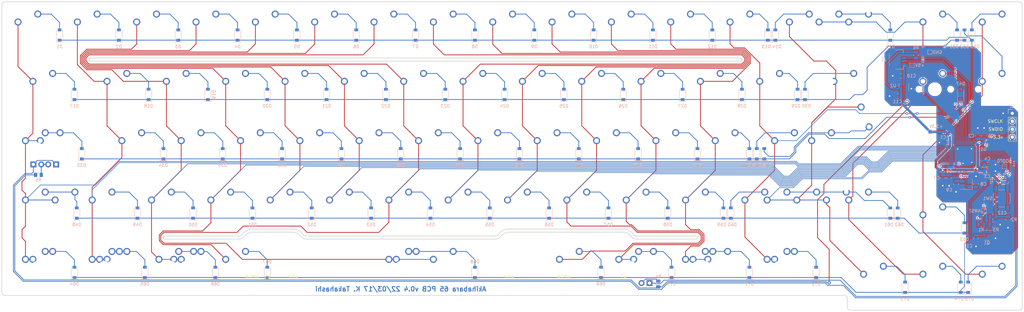
<source format=kicad_pcb>
(kicad_pcb (version 20211014) (generator pcbnew)
  (layers (0 "F.Cu" signal) (31 "B.Cu" signal) (34 "B.Paste" user) (35 "F.Paste" user) (36 "B.SilkS" user "B.Silkscreen") (37 "F.SilkS" user "F.Silkscreen") (38 "B.Mask" user) (39 "F.Mask" user) (44 "Edge.Cuts" user))
  (net 0 "")
  (net 1 "+3V3")
  (net 2 "GND")
  (net 3 "OSC_IN")
  (net 4 "OSC_OUT")
  (net 5 "+5V")
  (net 6 "Net-(C12-Pad1)")
  (net 7 "BOOT0")
  (net 8 "NRST")
  (net 9 "Net-(D1-Pad2)")
  (net 10 "Net-(D2-Pad2)")
  (net 11 "Net-(D3-Pad2)")
  (net 12 "Net-(D4-Pad2)")
  (net 13 "Net-(D5-Pad2)")
  (net 14 "Net-(D6-Pad2)")
  (net 15 "Net-(D7-Pad2)")
  (net 16 "Net-(D8-Pad2)")
  (net 17 "Net-(D9-Pad2)")
  (net 18 "Net-(D10-Pad2)")
  (net 19 "Net-(D11-Pad2)")
  (net 20 "Net-(D12-Pad2)")
  (net 21 "Net-(D13-Pad2)")
  (net 22 "Net-(D14-Pad2)")
  (net 23 "C14")
  (net 24 "Net-(D15-Pad2)")
  (net 25 "Net-(D16-Pad2)")
  (net 26 "Net-(D17-Pad2)")
  (net 27 "Net-(D18-Pad2)")
  (net 28 "Net-(D19-Pad2)")
  (net 29 "Net-(D20-Pad2)")
  (net 30 "Net-(D21-Pad2)")
  (net 31 "Net-(D22-Pad2)")
  (net 32 "Net-(D23-Pad2)")
  (net 33 "Net-(D24-Pad2)")
  (net 34 "Net-(D25-Pad2)")
  (net 35 "Net-(D26-Pad2)")
  (net 36 "Net-(D27-Pad2)")
  (net 37 "Net-(D28-Pad2)")
  (net 38 "Net-(D29-Pad2)")
  (net 39 "Net-(D30-Pad2)")
  (net 40 "Net-(D31-Pad2)")
  (net 41 "Net-(D32-Pad2)")
  (net 42 "Net-(D33-Pad2)")
  (net 43 "Net-(D34-Pad2)")
  (net 44 "Net-(D35-Pad2)")
  (net 45 "Net-(D36-Pad2)")
  (net 46 "Net-(D37-Pad2)")
  (net 47 "Net-(D38-Pad2)")
  (net 48 "Net-(D39-Pad2)")
  (net 49 "Net-(D40-Pad2)")
  (net 50 "Net-(D41-Pad2)")
  (net 51 "Net-(D42-Pad2)")
  (net 52 "Net-(D43-Pad2)")
  (net 53 "Net-(D44-Pad2)")
  (net 54 "Net-(D45-Pad2)")
  (net 55 "Net-(D46-Pad2)")
  (net 56 "Net-(D47-Pad2)")
  (net 57 "Net-(D48-Pad2)")
  (net 58 "Net-(D49-Pad2)")
  (net 59 "Net-(D50-Pad2)")
  (net 60 "Net-(D51-Pad2)")
  (net 61 "Net-(D52-Pad2)")
  (net 62 "Net-(D53-Pad2)")
  (net 63 "Net-(D54-Pad2)")
  (net 64 "Net-(D55-Pad2)")
  (net 65 "Net-(D56-Pad2)")
  (net 66 "Net-(D57-Pad2)")
  (net 67 "Net-(D58-Pad2)")
  (net 68 "Net-(D59-Pad2)")
  (net 69 "Net-(D60-Pad2)")
  (net 70 "Net-(D61-Pad2)")
  (net 71 "Net-(D62-Pad2)")
  (net 72 "Net-(D63-Pad2)")
  (net 73 "Net-(D64-Pad2)")
  (net 74 "Net-(D65-Pad2)")
  (net 75 "Net-(D66-Pad2)")
  (net 76 "Net-(D67-Pad2)")
  (net 77 "Net-(D68-Pad2)")
  (net 78 "Net-(D69-Pad2)")
  (net 79 "Net-(D70-Pad2)")
  (net 80 "Net-(D71-Pad2)")
  (net 81 "Net-(D72-Pad2)")
  (net 82 "Net-(D73-Pad2)")
  (net 83 "Net-(D74-Pad2)")
  (net 84 "Net-(D75-Pad2)")
  (net 85 "USB_D+")
  (net 89 "C10")
  (net 90 "C9")
  (net 91 "C6")
  (net 92 "C3")
  (net 93 "C2")
  (net 94 "C1")
  (net 95 "C0")
  (net 96 "C8")
  (net 97 "C7")
  (net 98 "C5")
  (net 99 "C4")
  (net 100 "R2")
  (net 101 "C11")
  (net 102 "C12")
  (net 103 "C13")
  (net 105 "USB_D-")
  (net 106 "SWDIO")
  (net 107 "SWCLK")
  (net 108 "C15")
  (net 109 "R1")
  (net 110 "R0")
  (net 111 "CLED")
  (net 112 "R4")
  (net 113 "R3")
  (net 114 "KLED")
  (net 119 "Net-(MX33-Pad3)")
  (net 120 "Net-(MX70-Pad3)")
  (footprint "MX_Only:MXOnly-1U-NoLED" (layer "F.Cu") (at 251.880393 113.705393)
    (fp_text reference "MX27")
    (fp_text value "P")
  )
  (footprint "MX_Only:MXOnly-1U-NoLED" (layer "F.Cu") (at 294.742893 132.755393)
    (fp_text reference "MX45")
    (fp_text value "ISO \\")
  )
  (footprint "MX_Only:MXOnly-1U-NoLED" (layer "F.Cu") (at 99.480393 113.705393)
    (fp_text reference "MX19")
    (fp_text value "W")
  )
  (footprint "MX_Only:MXOnly-1U-NoLED" (layer "F.Cu") (at 280.455393 94.655393)
    (fp_text reference "MX13")
    (fp_text value "=")
  )
  (footprint "MX_Only:MXOnly-2.25U-ReversedStabilizers-NoLED" (layer "F.Cu") (at 306.649143 132.755393)
    (fp_text reference "MX77")
    (fp_text value "ANSI Return")
  )
  (footprint "MX_Only:MXOnly-7U-ReversedStabilizers-NoLED" (layer "F.Cu") (at 185.205393 170.855393)
    (fp_text reference "MX84")
    (fp_text value "Space 7u")
  )
  (footprint "MX_Only:MXOnly-1U-NoLED" (layer "F.Cu") (at 142.342893 132.755393)
    (fp_text reference "MX37")
    (fp_text value "F")
  )
  (footprint "MX_Only:MXOnly-1U-NoLED" (layer "F.Cu") (at 161.392893 132.755393)
    (fp_text reference "MX38")
    (fp_text value "G")
  )
  (footprint "MX_Only:MXOnly-1.5U-NoLED" (layer "F.Cu") (at 104.242893 170.855393)
    (fp_text reference "MX83")
    (fp_text value "L Alt 1.5u 7u")
  )
  (footprint "Connector_PinHeader_2.54mm:PinHeader_1x04_P2.54mm_Vertical" (layer "F.Cu") (at 367.255393 121.44375)
    (fp_text reference "J2")
    (fp_text value "SWD")
  )
  (footprint "MX_Only:MXOnly-1U-NoLED" (layer "F.Cu") (at 266.167893 151.805393)
    (fp_text reference "MX59")
    (fp_text value "/")
  )
  (footprint "MX_Only:MXOnly-1U-NoLED" (layer "F.Cu") (at 289.980393 113.705393)
    (fp_text reference "MX29")
    (fp_text value "]")
  )
  (footprint "MX_Only:MXOnly-1U-NoLED" (layer "F.Cu") (at 75.667893 151.805393)
    (fp_text reference "MX49")
    (fp_text value "ISO R4 1u")
  )
  (footprint "MX_Only:MXOnly-1.5U-NoLED" (layer "F.Cu") (at 266.167893 170.855393)
    (fp_text reference "MX85")
    (fp_text value "R Alt 1.5u")
  )
  (footprint "MX_Only:MXOnly-1U-NoLED" (layer "F.Cu") (at 204.255393 94.655393)
    (fp_text reference "MX9")
    (fp_text value "8")
  )
  (footprint "MX_Only:MXOnly-1.75U-STEPPED" (layer "F.Cu") (at 58.999143 132.755393)
    (fp_text reference "MX78")
    (fp_text value "Caps Lock Stepped")
  )
  (footprint "MX_Only:MXOnly-1.25U-NoLED" (layer "F.Cu") (at 78.049143 170.855393)
    (fp_text reference "MX87")
    (fp_text value "L OS 1.25u")
  )
  (footprint "MX_Only:MXOnly-1U-NoLED" (layer "F.Cu") (at 294.742893 170.855393)
    (fp_text reference "MX72")
    (fp_text value "Fn 1u")
  )
  (footprint "MX_Only:MXOnly-1.5U-NoLED" (layer "F.Cu") (at 56.617893 113.705393)
    (fp_text reference "MX17")
    (fp_text value "Tab")
  )
  (footprint "MX_Only:MXOnly-1U-NoLED" (layer "F.Cu") (at 70.905393 94.655393)
    (fp_text reference "MX2")
    (fp_text value "1")
  )
  (footprint "MX_Only:MXOnly-2.25U-NoLED" (layer "F.Cu") (at 63.761643 151.805393)
    (fp_text reference "MX48")
    (fp_text value "L Shift 2.25u")
  )
  (footprint "MX_Only:MXOnly-1U-NoLED" (layer "F.Cu") (at 275.692893 132.755393)
    (fp_text reference "MX44")
    (fp_text value "'")
  )
  (footprint "MX_Only:MXOnly-1U-NoLED" (layer "F.Cu") (at 342.367893 94.655393)
    (fp_text reference "MX31")
    (fp_text value "Print")
  )
  (footprint "MX_Only:MXOnly-1.25U-NoLED" (layer "F.Cu") (at 268.549143 170.855393)
    (fp_text reference "MX91")
    (fp_text value "R OS 1.25u")
  )
  (footprint "MX_Only:MXOnly-1U-NoLED" (layer "F.Cu") (at 194.730393 113.705393)
    (fp_text reference "MX24")
    (fp_text value "U")
  )
  (footprint "MX_Only:MXOnly-1U-NoLED" (layer "F.Cu") (at 261.405393 94.655393)
    (fp_text reference "MX12")
    (fp_text value "-")
  )
  (footprint "MX_Only:MXOnly-1U-NoLED" (layer "F.Cu") (at 361.417893 94.655393)
    (fp_text reference "MX16")
    (fp_text value "PgUp")
  )
  (footprint "MX_Only:MXOnly-1.25U-NoLED" (layer "F.Cu") (at 97.099143 170.855393)
    (fp_text reference "MX66")
    (fp_text value "L Alt 1.25u JIS")
  )
  (footprint "MX_Only:MXOnly-1U-NoLED" (layer "F.Cu") (at 137.580393 113.705393)
    (fp_text reference "MX21")
    (fp_text value "R")
  )
  (footprint "MX_Only:MXOnly-1U-NoLED" (layer "F.Cu") (at 247.117893 151.805393)
    (fp_text reference "MX58")
    (fp_text value ".")
  )
  (footprint "MX_Only:MXOnly-1U-NoLED" (layer "F.Cu") (at 342.367893 156.567893)
    (fp_text reference "MX63")
    (fp_text value "Up")
  )
  (footprint "MX_Only:MXOnly-1U-NoLED" (layer "F.Cu") (at 342.367893 113.705393)
    (fp_text reference "MX47")
    (fp_text value "Delete")
  )
  (footprint "MX_Only:MXOnly-1U-NoLED" (layer "F.Cu") (at 113.767893 151.805393)
    (fp_text reference "MX51")
    (fp_text value "X")
  )
  (footprint "MX_Only:MXOnly-1U-NoLED" (layer "F.Cu") (at 228.067893 151.805393)
    (fp_text reference "MX57")
    (fp_text value ",")
  )
  (footprint "MX_Only:MXOnly-1.25U-NoLED" (layer "F.Cu") (at 54.236643 170.855393)
    (fp_text reference "MX64")
    (fp_text value "L Ctrl 1.25u")
  )
  (footprint "MX_Only:MXOnly-1U-NoLED" (layer "F.Cu") (at 285.217893 151.805393)
    (fp_text reference "MX60")
    (fp_text value "R Shift 1u L")
  )
  (footprint "MX_Only:MXOnly-1U-NoLED" (layer "F.Cu") (at 75.667893 170.855393)
    (fp_text reference "MX65")
    (fp_text value "L OS 1u JIS")
  )
  (footprint "MX_Only:MXOnly-1.75U-NoLED" (layer "F.Cu") (at 311.411643 151.805393)
    (fp_text reference "MX61")
    (fp_text value "R Shift 1.75u R")
  )
  (footprint "MX_Only:MXOnly-1U-NoLED" (layer "F.Cu") (at 209.017893 151.805393)
    (fp_text reference "MX56")
    (fp_text value "M")
  )
  (footprint "MX_Only:MXOnly-1U-NoLED" (layer "F.Cu") (at 85.192893 132.755393)
    (fp_text reference "MX34")
    (fp_text value "A")
  )
  (footprint "MX_Only:MXOnly-1.25U-NoLED" (layer "F.Cu") (at 54.236643 151.805393)
    (fp_text reference "MX92")
    (fp_text value "L Shift 1.25u")
  )
  (footprint "MX_Only:MXOnly-1U-NoLED" (layer "F.Cu") (at 323.317893 175.617893)
    (fp_text reference "MX73")
    (fp_text value "Left")
  )
  (footprint "MX_Only:MXOnly-2U-NoLED" (layer "F.Cu") (at 309.030393 94.655393)
    (fp_text reference "MX76")
    (fp_text value "Backspace 2u")
  )
  (footprint "MX_Only:MXOnly-1.5U-NoLED" (layer "F.Cu") (at 56.617893 170.855393)
    (fp_text reference "MX81")
    (fp_text value "L Ctrl 1.5u")
  )
  (footprint "MX_Only:MXOnly-1U-NoLED" (layer "F.Cu") (at 361.417893 175.617893)
    (fp_text reference "MX75")
    (fp_text value "Right")
  )
  (footprint "MX_Only:MXOnly-1.5U-NoLED" (layer "F.Cu") (at 313.792893 113.705393)
    (fp_text reference "MX30")
    (fp_text value "ANSI \\")
  )
  (footprint "MX_Only:MXOnly-1.25U-NoLED" (layer "F.Cu") (at 101.861643 170.855393)
    (fp_text reference "MX88")
    (fp_text value "L Alt 1.25u 6.25u")
  )
  (footprint "MX_Only:MXOnly-1U-NoLED" (layer "F.Cu") (at 185.205393 94.655393)
    (fp_text reference "MX8")
    (fp_text value "7")
  )
  (footprint "MX_Only:MXOnly-1.25U-NoLED" (layer "F.Cu") (at 273.311643 170.855393)
    (fp_text reference "MX71")
    (fp_text value "R Alt 1.25u JIS")
  )
  (footprint "MX_Only:MXOnly-ISO-ROTATED-ReversedStabilizers-NoLED" (layer "F.Cu") (at 316.174143 123.230393)
    (fp_text reference "MX46")
    (fp_text value "ISO Return")
  )
  (footprint "MX_Only:MXOnly-1U-NoLED" (layer "F.Cu") (at 94.717893 151.805393)
    (fp_text reference "MX50")
    (fp_text value "Z")
  )
  (footprint "MX_Only:MXOnly-1U-NoLED" (layer "F.Cu") (at 213.780393 113.705393)
    (fp_text reference "MX25")
    (fp_text value "I")
  )
  (footprint "MX_Only:MXOnly-1.25U-NoLED" (layer "F.Cu") (at 225.686643 170.855393)
    (fp_text reference "MX69")
    (fp_text value "Henkan")
  )
  (footprint "MX_Only:MXOnly-1U-NoLED" (layer "F.Cu") (at 175.680393 113.705393)
    (fp_text reference "MX23")
    (fp_text value "Y")
  )
  (footprint "MX_Only:MXOnly-1.25U" (layer "F.Cu") (at 249.499143 170.855393)
    (fp_text reference "MX70")
    (fp_text value "Kana")
  )
  (footprint "MX_Only:MXOnly-1U-NoLED" (layer "F.Cu") (at 232.830393 113.705393)
    (fp_text reference "MX26")
    (fp_text value "O")
  )
  (footprint "MX_Only:MXOnly-1U-NoLED" (layer "F.Cu") (at 342.367893 175.617893)
    (fp_text reference "MX74")
    (fp_text value "Down")
  )
  (footprint "MX_Only:MXOnly-1.75U" (layer "F.Cu") (at 58.999143 132.755393)
    (fp_text reference "MX33")
    (fp_text value "Caps Lock Standard")
  )
  (footprint "MX_Only:MXOnly-1U-NoLED" (layer "F.Cu") (at 80.430393 170.855393)
    (fp_text reference "MX82")
    (fp_text value "L OS 1u 7u")
  )
  (footprint "MX_Only:MXOnly-1U-NoLED" (layer "F.Cu") (at 318.555393 151.805393)
    (fp_text reference "MX62")
    (fp_text value "R Shift 1u R")
  )
  (footprint "MX_Only:MXOnly-1U-NoLED" (layer "F.Cu") (at 104.242893 132.755393)
    (fp_text reference "MX35")
    (fp_text value "S")
  )
  (footprint "MX_Only:MXOnly-1U-NoLED" (layer "F.Cu") (at 237.592893 132.755393)
    (fp_text reference "MX42")
    (fp_text value "L")
  )
  (footprint "MX_Only:MXOnly-1U-NoLED" (layer "F.Cu") (at 156.630393 113.705393)
    (fp_text reference "MX22")
    (fp_text value "T")
  )
  (footprint "MX_Only:MXOnly-1U-NoLED" (layer "F.Cu") (at 189.967893 151.805393)
    (fp_text reference "MX55")
    (fp_text value "N")
  )
  (footprint "MX_Only:MXOnly-1U-NoLED" (layer "F.Cu") (at 118.530393 170.855393)
    (fp_text reference "MX67")
    (fp_text value "Muhenkan")
  )
  (footprint "MX_Only:MXOnly-1.25U-NoLED" (layer "F.Cu") (at 244.736643 170.855393)
    (fp_text reference "MX90")
    (fp_text value "R Alt 1.25u 6.25u")
  )
  (footprint "MX_Only:MXOnly-1U-NoLED" (layer "F.Cu") (at 318.555393 94.655393)
    (fp_text reference "MX15")
    (fp_text value "Backspace 1u")
  )
  (footprint "MX_Only:MXOnly-1U-NoLED" (layer "F.Cu") (at 132.817893 151.805393)
    (fp_text reference "MX52")
    (fp_text value "C")
  )
  (footprint "MX_Only:MXOnly-6.25U-ReversedStabilizers-NoLED" (layer "F.Cu") (at 173.299143 170.855393)
    (fp_text reference "MX89")
    (fp_text value "Space 6.25u")
  )
  (footprint "MX_Only:MXOnly-1U-NoLED" (layer "F.Cu") (at 118.530393 113.705393)
    (fp_text reference "MX20")
    (fp_text value "E")
  )
  (footprint "MX_Only:MXOnly-1U-NoLED" (layer "F.Cu") (at 51.855393 94.655393)
    (fp_text reference "MX1")
    (fp_text value "Esc")
  )
  (footprint "MX_Only:MXOnly-1U-NoLED" (layer "F.Cu") (at 270.930393 113.705393)
    (fp_text reference "MX28")
    (fp_text value "[")
  )
  (footprint "MX_Only:MXOnly-1U-NoLED" (layer "F.Cu") (at 109.005393 94.655393)
    (fp_text reference "MX4")
    (fp_text value "3")
  )
  (footprint "MX_Only:MXOnly-1U-NoLED" (layer "F.Cu") (at 80.430393 113.705393)
    (fp_text reference "MX18")
    (fp_text value "Q")
  )
  (footprint "MX_Only:MXOnly-1U-NoLED" (layer "F.Cu") (at 199.492893 132.755393)
    (fp_text reference "MX40")
    (fp_text value "J")
  )
  (footprint "MX_Only:MXOnly-1U-NoLED" (layer "F.Cu") (at 123.292893 132.755393)
    (fp_text reference "MX36")
    (fp_text value "D")
  )
  (footprint "MX_Only:MXOnly-1U-NoLED" (layer "F.Cu") (at 256.642893 132.755393)
    (fp_text reference "MX43")
    (fp_text value ";")
  )
  (footprint "MX_Only:MXOnly-1.75U-NoLED" (layer "F.Cu") (at 292.361643 151.805393)
    (fp_text reference "MX80")
    (fp_text value "R Shift 1.75u L")
  )
  (footprint "MX_Only:MXOnly-1U-NoLED" (layer "F.Cu") (at 89.955393 94.655393)
    (fp_text reference "MX3")
    (fp_text value "2")
  )
  (footprint "MX_Only:MXOnly-1.25U-NoLED" (layer "F.Cu") (at 292.361643 170.855393)
    (fp_text reference "MX86")
    (fp_text value "Fn 1.25u")
  )
  (footprint "MX_Only:MXOnly-1U-NoLED" (layer "F.Cu") (at 147.105393 94.655393)
    (fp_text reference "MX6")
    (fp_text value "5")
  )
  (footprint "MX_Only:MXOnly-1U-NoLED" (layer "F.Cu") (at 242.355393 94.655393)
    (fp_text reference "MX11")
    (fp_text value "0")
  )
  (footprint "MX_Only:MXOnly-1U-NoLED" (layer "F.Cu") (at 299.505393 94.655393)
    (fp_text reference "MX14")
    (fp_text value "JPY")
  )
  (footprint "MX_Only:MXOnly-1U-NoLED" (layer "F.Cu") (at 170.917893 151.805393)
    (fp_text reference "MX54")
    (fp_text value "B")
  )
  (footprint "MX_Only:MXOnly-1U-NoLED" (layer "F.Cu") (at 151.867893 151.805393)
    (fp_text reference "MX53")
    (fp_text value "V")
  )
  (footprint "MX_Only:MXOnly-1U-NoLED" (layer "F.Cu") (at 218.542893 132.755393)
    (fp_text reference "MX41")
    (fp_text value "K")
  )
  (footprint "MX_Only:MXOnly-4.5U-ReversedStabilizers-NoLED" (layer "F.Cu") (at 170.917893 170.855393)
    (fp_text reference "MX68")
    (fp_text value "Space 4.5u")
  )
  (footprint "MX_Only:MXOnly-1U-NoLED" (layer "F.Cu") (at 361.417893 113.705393)
    (fp_text reference "MX32")
    (fp_text value "PgDn")
  )
  (footprint "MX_Only:MXOnly-2.75U-NoLED" (layer "F.Cu") (at 301.886643 151.805393)
    (fp_text reference "MX79")
    (fp_text value "R Shift 2.75u")
  )
  (footprint "MX_Only:MXOnly-1U-NoLED" (layer "F.Cu") (at 128.055393 94.655393)
    (fp_text reference "MX5")
    (fp_text value "4")
  )
  (footprint "MX_Only:MXOnly-1U-NoLED" (layer "F.Cu") (at 223.305393 94.655393)
    (fp_text reference "MX10")
    (fp_text value "9")
  )
  (footprint "MX_Only:MXOnly-1U-NoLED" (layer "F.Cu") (at 166.155393 94.655393)
    (fp_text reference "MX7")
    (fp_text value "6")
  )
  (footprint "MX_Only:MXOnly-1U-NoLED" (layer "F.Cu") (at 180.442893 132.755393)
    (fp_text reference "MX39")
    (fp_text value "H")
  )
  (footprint "Diode_SMD:D_SOD-123" (layer "B.Cu") (at 288.789768 96.305393 90)
    (fp_text reference "D13")
    (fp_text value "1N4148W")
  )
  (footprint "Crystal:Crystal_SMD_3225-4Pin_3.2x2.5mm" (layer "B.Cu") (at 352.392893 144.155393 180)
    (fp_text reference "Y1")
    (fp_text value "16 MHz")
  )
  (footprint "Diode_SMD:D_SOD-123" (layer "B.Cu") (at 232.830393 96.305393 90)
    (fp_text reference "D10")
    (fp_text value "1N4148W")
  )
  (footprint "Diode_SMD:D_SOD-123" (layer "B.Cu") (at 137.580393 96.305393 90)
    (fp_text reference "D5")
    (fp_text value "1N4148W")
  )
  (footprint "Diode_SMD:D_SOD-123" (layer "B.Cu") (at 266.167893 134.405393 90)
    (fp_text reference "D43")
    (fp_text value "1N4148W")
  )
  (footprint "Diode_SMD:D_SOD-123" (layer "B.Cu") (at 256.642893 153.455393 90)
    (fp_text reference "D58")
    (fp_text value "1N4148W")
  )
  (footprint "Diode_SMD:D_SOD-123" (layer "B.Cu") (at 287.599143 134.405393 90)
    (fp_text reference "D46")
    (fp_text value "1N4148W")
  )
  (footprint "Capacitor_SMD:C_0805_2012Metric" (layer "B.Cu") (at 344.905393 142.205393 -90)
    (fp_text reference "C7")
    (fp_text value "1uF")
  )
  (footprint "Diode_SMD:D_SOD-123" (layer "B.Cu") (at 199.492893 153.455393 90)
    (fp_text reference "D55")
    (fp_text value "1N4148W")
  )
  (footprint "Diode_SMD:D_SOD-123" (layer "B.Cu") (at 247.117893 134.405393 90)
    (fp_text reference "D42")
    (fp_text value "1N4148W")
  )
  (footprint "Resistor_SMD:R_0805_2012Metric" (layer "B.Cu") (at 253.603125 176.2125 90)
    (fp_text reference "R4")
    (fp_text value "220")
  )
  (footprint "Diode_SMD:D_SOD-123" (layer "B.Cu") (at 350.702268 115.355393 90)
    (fp_text reference "D47")
    (fp_text value "1N4148W")
  )
  (footprint "Capacitor_SMD:C_0805_2012Metric" (layer "B.Cu") (at 359.255393 140.005393)
    (fp_text reference "C3")
    (fp_text value "100nF")
  )
  (footprint "Diode_SMD:D_SOD-123" (layer "B.Cu") (at 128.055393 115.355393 90)
    (fp_text reference "D20")
    (fp_text value "1N4148W")
  )
  (footprint "Diode_SMD:D_SOD-123" (layer "B.Cu") (at 88.764768 172.505393 90)
    (fp_text reference "D65")
    (fp_text value "1N4148W")
  )
  (footprint "Diode_SMD:D_SOD-123" (layer "B.Cu") (at 180.442893 153.455393 90)
    (fp_text reference "D54")
    (fp_text value "1N4148W")
  )
  (footprint "Package_TO_SOT_SMD:SOT-23" (layer "B.Cu") (at 332.461643 112.592893 90)
    (fp_text reference "U2")
    (fp_text value "XC6206P332MR")
  )
  (footprint "Diode_SMD:D_SOD-123" (layer "B.Cu") (at 332.842893 177.267893 90)
    (fp_text reference "D73")
    (fp_text value "1N4148W")
  )
  (footprint "Diode_SMD:D_SOD-123" (layer "B.Cu") (at 350.702268 177.267893 90)
    (fp_text reference "D74")
    (fp_text value "1N4148W")
  )
  (footprint "Diode_SMD:D_SOD-123" (layer "B.Cu") (at 142.342893 153.455393 90)
    (fp_text reference "D52")
    (fp_text value "1N4148W")
  )
  (footprint "Diode_SMD:D_SOD-123" (layer "B.Cu") (at 66.142893 115.355393 90)
    (fp_text reference "D17")
    (fp_text value "1N4148W")
  )
  (footprint "Diode_SMD:D_SOD-123" (layer "B.Cu") (at 276.883518 153.455393 90)
    (fp_text reference "D60")
    (fp_text value "1N4148W")
  )
  (footprint "Diode_SMD:D_SOD-123" (layer "B.Cu") (at 218.542893 153.455393 90)
    (fp_text reference "D56")
    (fp_text value "1N4148W")
  )
  (footprint "Diode_SMD:D_SOD-123" (layer "B.Cu") (at 251.880393 96.305393 90)
    (fp_text reference "D11")
    (fp_text value "1N4148W")
  )
  (footprint "Diode_SMD:D_SOD-123" (layer "B.Cu") (at 328.080393 153.455393 90)
    (fp_text reference "D61")
    (fp_text value "1N4148W")
  )
  (footprint "Diode_SMD:D_SOD-123" (layer "B.Cu") (at 351.892893 158.217893 90)
    (fp_text reference "D63")
    (fp_text value "1N4148W")
  )
  (footprint "Diode_SMD:D_SOD-123" (layer "B.Cu") (at 99.480393 96.305393 90)
    (fp_text reference "D3")
    (fp_text value "1N4148W")
  )
  (footprint "Diode_SMD:D_SOD-123" (layer "B.Cu") (at 274.502268 153.455393 90)
    (fp_text reference "D59")
    (fp_text value "1N4148W")
  )
  (footprint "Capacitor_SMD:C_0805_2012Metric" (layer "B.Cu") (at 358.205393 128.705393 90)
    (fp_text reference "C5")
    (fp_text value "4.7uF")
  )
  (footprint "Diode_SMD:D_SOD-123" (layer "B.Cu") (at 209.017893 134.405393 90)
    (fp_text reference "D40")
    (fp_text value "1N4148W")
  )
  (footprint "Diode_SMD:D_SOD-123" (layer "B.Cu") (at 291.171018 96.305393 90)
    (fp_text reference "D14")
    (fp_text value "1N4148W")
  )
  (footprint "Capacitor_SMD:C_0805_2012Metric" (layer "B.Cu") (at 349.205393 144.155393 -90)
    (fp_text reference "C9")
    (fp_text value "15pF")
  )
  (footprint "Diode_SMD:D_SOD-123" (layer "B.Cu") (at 161.392893 153.455393 90)
    (fp_text reference "D53")
    (fp_text value "1N4148W")
  )
  (footprint "Diode_SMD:D_SOD-123" (layer "B.Cu") (at 304.267893 172.505393 90)
    (fp_text reference "D72")
    (fp_text value "1N4148W")
  )
  (footprint "Capacitor_SMD:C_0805_2012Metric" (layer "B.Cu") (at 346.255393 130.805393 180)
    (fp_text reference "C1")
    (fp_text value "100nF")
  )
  (footprint "TestPoint:TestPoint_Pad_1.0x1.0mm" (layer "B.Cu") (at 364.75 138.55 180)
    (fp_text reference "TP4")
    (fp_text value "BOOT0")
  )
  (footprint "Diode_SMD:D_SOD-123" (layer "B.Cu") (at 280.455393 115.355393 90)
    (fp_text reference "D28")
    (fp_text value "1N4148W")
  )
  (footprint "Diode_SMD:D_SOD-123" (layer "B.Cu") (at 349.511643 96.305393 90)
    (fp_text reference "D31")
    (fp_text value "1N4148W")
  )
  (footprint "Diode_SMD:D_SOD-123" (layer "B.Cu") (at 270.930393 96.305393 90)
    (fp_text reference "D12")
    (fp_text value "1N4148W")
  )
  (footprint "Diode_SMD:D_SOD-123" (layer "B.Cu") (at 228.067893 134.405393 90)
    (fp_text reference "D41")
    (fp_text value "1N4148W")
  )
  (footprint "Diode_SMD:D_SOD-123" (layer "B.Cu") (at 128.055393 172.505393 90)
    (fp_text reference "D67")
    (fp_text value "1N4148W")
  )
  (footprint "Diode_SMD:D_SOD-123" (layer "B.Cu") (at 261.405393 115.355393 90)
    (fp_text reference "D27")
    (fp_text value "1N4148W")
  )
  (footprint "Capacitor_SMD:C_0805_2012Metric" (layer "B.Cu") (at 355.605393 161.555393 -90)
    (fp_text reference "C13")
    (fp_text value "1uF")
  )
  (footprint "Diode_SMD:D_SOD-123" (layer "B.Cu") (at 166.155393 115.355393 90)
    (fp_text reference "D22")
    (fp_text value "1N4148W")
  )
  (footprint "Resistor_SMD:R_0805_2012Metric" (layer "B.Cu") (at 357.267893 157.155393)
    (fp_text reference "R1")
    (fp_text value "10k")
  )
  (footprint "Diode_SMD:D_SOD-123" (layer "B.Cu") (at 156.630393 96.305393 90)
    (fp_text reference "D6")
    (fp_text value "1N4148W")
  )
  (footprint "Diode_SMD:D_SOD-123" (layer "B.Cu") (at 330.461643 153.455393 90)
    (fp_text reference "D62")
    (fp_text value "1N4148W")
  )
  (footprint "Capacitor_SMD:C_0805_2012Metric" (layer "B.Cu") (at 356.155393 128.705393 90)
    (fp_text reference "C2")
    (fp_text value "100nF")
  )
  (footprint "Capacitor_SMD:C_0805_2012Metric" (layer "B.Cu") (at 330.561643 115.905393 180)
    (fp_text reference "C11")
    (fp_text value "1uF")
  )
  (footprint "Diode_SMD:D_SOD-123" (layer "B.Cu") (at 353.083518 177.267893 90)
    (fp_text reference "D75")
    (fp_text value "1N4148W")
  )
  (footprint "Diode_SMD:D_SOD-123" (layer "B.Cu") (at 194.730393 172.505393 90)
    (fp_text reference "D68")
    (fp_text value "1N4148W")
  )
  (footprint "Resistor_SMD:R_0805_2012Metric" (layer "B.Cu") (at 336.355393 102.742893 -90)
    (fp_text reference "R6")
    (fp_text value "1.5k")
  )
  (footprint "Capacitor_SMD:C_0805_2012Metric" (layer "B.Cu") (at 355.605393 144.155393 90)
    (fp_text reference "C8")
    (fp_text value "15pF")
  )
  (footprint "Diode_SMD:D_SOD-123" (layer "B.Cu") (at 151.867893 134.405393 90)
    (fp_text reference "D37")
    (fp_text value "1N4148W")
  )
  (footprint "Diode_SMD:D_SOD-123" (layer "B.Cu") (at 235.211643 172.505393 90)
    (fp_text reference "D69")
    (fp_text value "1N4148W")
  )
  (footprint "Diode_SMD:D_SOD-123" (layer "B.Cu") (at 285.217893 134.405393 90)
    (fp_text reference "D45")
    (fp_text value "1N4148W")
  )
  (footprint "Diode_SMD:D_SOD-123" (layer "B.Cu") (at 66.905393 153.455393 90)
    (fp_text reference "D48")
    (fp_text value "1N4148W")
  )
  (footprint "Diode_SMD:D_SOD-123" (layer "B.Cu") (at 132.817893 134.405393 90)
    (fp_text reference "D36")
    (fp_text value "1N4148W")
  )
  (footprint "Resistor_SMD:R_0805_2012Metric" (layer "B.Cu") (at 365.855393 155.567893 -90)
    (fp_text reference "R2")
    (fp_text value "10k")
  )
  (footprint "Diode_SMD:D_SOD-123" (layer "B.Cu") (at 298.314768 115.355393 90)
    (fp_text reference "D29")
    (fp_text value "1N4148W")
  )
  (footprint "Diode_SMD:D_SOD-123" (layer "B.Cu") (at 282.836643 134.405393 90)
    (fp_text reference "D44")
    (fp_text value "1N4148W")
  )
  (footprint "Diode_SMD:D_SOD-123" (layer "B.Cu") (at 213.780393 96.305393 90)
    (fp_text reference "D9")
    (fp_text value "1N4148W")
  )
  (footprint "Diode_SMD:D_SOD-123" (layer "B.Cu") (at 147.105393 115.355393 90)
    (fp_text reference "D21")
    (fp_text value "1N4148W")
  )
  (footprint "Diode_SMD:D_SOD-123" (layer "B.Cu") (at 351.892893 96.305393 90)
    (fp_text reference "D32")
    (fp_text value "1N4148W")
  )
  (footprint "Resistor_SMD:R_0805_2012Metric" (layer "B.Cu") (at 54.594143 141.2)
    (fp_text reference "R5")
    (fp_text value "220")
  )
  (footprint "Button_Switch_SMD:SW_SPST_TL3342" (layer "B.Cu") (at 363.855393 148.755393 -90)
    (fp_text reference "SW1")
    (fp_text value "TS-1187A-B-A-B")
  )
  (footprint "TestPoint:TestPoint_Pad_1.0x1.0mm" (layer "B.Cu") (at 358.180393 152.8 180)
    (fp_text reference "TP3")
    (fp_text value "NRST")
  )
  (footprint "Capacitor_SMD:C_0805_2012Metric" (layer "B.Cu") (at 331.511643 109.405393 180)
    (fp_text reference "C10")
    (fp_text value "1uF")
  )
  (footprint "Diode_SMD:D_SOD-123" (layer "B.Cu") (at 170.917893 134.405393 90)
    (fp_text reference "D38")
    (fp_text value "1N4148W")
  )
  (footprint "Diode_SMD:D_SOD-123" (layer "B.Cu") (at 300.696018 115.355393 90)
    (fp_text reference "D30")
    (fp_text value "1N4148W")
  )
  (footprint "Diode_SMD:D_SOD-123" (layer "B.Cu") (at 104.242893 153.455393 90)
    (fp_text reference "D50")
    (fp_text value "1N4148W")
  )
  (footprint "Diode_SMD:D_SOD-123" (layer "B.Cu") (at 94.717893 134.405393 90)
    (fp_text reference "D34")
    (fp_text value "1N4148W")
  )
  (footprint "Diode_SMD:D_SOD-123" (layer "B.Cu") (at 189.967893 134.405393 90)
    (fp_text reference "D39")
    (fp_text value "1N4148W")
  )
  (footprint "TestPoint:TestPoint_Pad_1.0x1.0mm" (layer "B.Cu") (at 335 106 180)
    (fp_text reference "TP1")
    (fp_text value "+5V")
  )
  (footprint "Diode_SMD:D_SOD-123" (layer "B.Cu") (at 282.836643 172.505393 90)
    (fp_text reference "D71")
    (fp_text value "1N4148W")
  )
  (footprint "Diode_SMD:D_SOD-123" (layer "B.Cu") (at 242.355393 115.355393 90)
    (fp_text reference "D26")
    (fp_text value "1N4148W")
  )
  (footprint "Resistor_SMD:R_0805_2012Metric" (layer "B.Cu") (at 360.967893 157.155393)
    (fp_text reference "R3")
    (fp_text value "100k")
  )
  (footprint "Diode_SMD:D_SOD-123" (layer "B.Cu") (at 86.383518 153.455393 90)
    (fp_text reference "D49")
    (fp_text value "1N4148W")
  )
  (footprint "Diode_SMD:D_SOD-123" (layer "B.Cu") (at 68.524143 134.405393 90)
    (fp_text reference "D33")
    (fp_text value "1N4148W")
  )
  (footprint "Capacitor_SMD:C_0805_2012Metric" (layer "B.Cu") (at 346.955393 142.205393 -90)
    (fp_text reference "C6")
    (fp_text value "10nF")
  )
  (footprint "TestPoint:TestPoint_Pad_1.0x1.0mm" (layer "B.Cu") (at 340.8 101.8 180)
    (fp_text reference "TP5")
    (fp_text value "GND")
  )
  (footprint "Connector_JST:JST_SH_SM04B-SRSS-TB_1x04-1MP_P1.00mm_Horizontal" (layer "B.Cu") (at 330.461643 104.180393 90)
    (fp_text reference "J1")
    (fp_text value "JST-SH")
  )
  (footprint "Diode_SMD:D_SOD-123" (layer "B.Cu") (at 80.430393 96.305393 90)
    (fp_text reference "D2")
    (fp_text value "1N4148W")
  )
  (footprint "Diode_SMD:D_SOD-123" (layer "B.Cu") (at 123.292893 153.455393 90)
    (fp_text reference "D51")
    (fp_text value "1N4148W")
  )
  (footprint "TestPoint:TestPoint_Pad_1.0x1.0mm" (layer "B.Cu") (at 340.9 127.4 180)
    (fp_text reference "TP2")
    (fp_text value "+3.3V")
  )
  (footprint "Diode_SMD:D_SOD-123" (layer "B.Cu") (at 109.005393 115.355393 90)
    (fp_text reference "D19")
    (fp_text value "1N4148W")
  )
  (footprint "Diode_SMD:D_SOD-123" (layer "B.Cu") (at 328.080393 96.305393 90)
    (fp_text reference "D15")
    (fp_text value "1N4148W")
  )
  (footprint "Diode_SMD:D_SOD-123" (layer "B.Cu") (at 257.833518 172.505393 90)
    (fp_text reference "D70")
    (fp_text value "1N4148W")
  )
  (footprint "Diode_SMD:D_SOD-123" (layer "B.Cu") (at 237.592893 153.455393 90)
    (fp_text reference "D57")
    (fp_text value "1N4148W")
  )
  (footprint "Package_QFP:LQFP-48_7x7mm_P0.5mm" (layer "B.Cu") (at 351.892893 135.136643 90)
    (fp_text reference "U1")
    (fp_text value "STM32F072C8Tx")
  )
  (footprint "Diode_SMD:D_SOD-123" (layer "B.Cu") (at 118.530393 96.305393 90)
    (fp_text reference "D4")
    (fp_text value "1N4148W")
  )
  (footprint "Diode_SMD:D_SOD-123" (layer "B.Cu") (at 204.255393 115.355393 90)
    (fp_text reference "D24")
    (fp_text value "1N4148W")
  )
  (footprint "Diode_SMD:D_SOD-123" (layer "B.Cu") (at 66.142893 172.505393 90)
    (fp_text reference "D64")
    (fp_text value "1N4148W")
  )
  (footprint "Capacitor_SMD:C_0805_2012Metric" (layer "B.Cu") (at 361.005393 154.655393)
    (fp_text reference "C12")
    (fp_text value "4.7uF")
  )
  (footprint "Diode_SMD:D_SOD-123" (layer "B.Cu") (at 194.730393 96.305393 90)
    (fp_text reference "D8")
    (fp_text value "1N4148W")
  )
  (footprint "Diode_SMD:D_SOD-123" (layer "B.Cu") (at 111.386643 172.505393 90)
    (fp_text reference "D66")
    (fp_text value "1N4148W")
  )
  (footprint "Diode_SMD:D_SOD-123" (layer "B.Cu") (at 223.305393 115.355393 90)
    (fp_text reference "D25")
    (fp_text value "1N4148W")
  )
  (footprint "Diode_SMD:D_SOD-123" (layer "B.Cu") (at 175.680393 96.305393 90)
    (fp_text reference "D7")
    (fp_text value "1N4148W")
  )
  (footprint "Capacitor_SMD:C_0805_2012Metric" (layer "B.Cu") (at 359.255393 137.886643)
    (fp_text reference "C4")
    (fp_text value "4.7uF")
  )
  (footprint "Diode_SMD:D_SOD-123" (layer "B.Cu") (at 354.274143 96.305393 90)
    (fp_text reference "D16")
    (fp_text value "1N4148W")
  )
  (footprint "Diode_SMD:D_SOD-123" (layer "B.Cu") (at 89.955393 115.355393 90)
    (fp_text reference "D18")
    (fp_text value "1N4148W")
  )
  (footprint "Package_TO_SOT_SMD:SOT-23" (layer "B.Cu") (at 359.117893 160.605393 180)
    (fp_text reference "Q1")
    (fp_text value "2N7002")
  )
  (footprint "Diode_SMD:D_SOD-123" (layer "B.Cu") (at 113.767893 134.405393 90)
    (fp_text reference "D35")
    (fp_text value "1N4148W")
  )
  (footprint "Diode_SMD:D_SOD-123" (layer "B.Cu") (at 61.380393 96.305393 90)
    (fp_text reference "D1")
    (fp_text value "1N4148W")
  )
  (footprint "Diode_SMD:D_SOD-123" (layer "B.Cu") (at 185.205393 115.355393 90)
    (fp_text reference "D23")
    (fp_text value "1N4148W")
  )
  (gr_arc (start 43.830393 179.880393) (mid 43.123286 179.5875) (end 42.830393 178.880393) (layer "Edge.Cuts") (width 0.2))
  (gr_arc (start 120.886957 160.816757) (mid 120.002433 161.562646) (end 118.876802 161.830393) (layer "Edge.Cuts") (width 0.2))
  (gr_line (start 43.830393 85.630393) (end 369.442893 85.630393) (layer "Edge.Cuts") (width 0.2))
  (gr_line (start 70.905393 104.180393) (end 70.905393 104.180393) (layer "Edge.Cuts") (width 0.2))
  (gr_line (start 314.292893 180.880393) (end 314.292893 183.642893) (layer "Edge.Cuts") (width 0.2))
  (gr_arc (start 242.355393 158.600393) (mid 244.156403 159.028788) (end 245.571641 160.222211) (layer "Edge.Cuts") (width 0.2))
  (gr_line (start 71.405393 103.680393) (end 279.955393 103.680393) (layer "Edge.Cuts") (width 0.2))
  (gr_line (start 95.217893 160.830393) (end 118.876802 160.830393) (layer "Edge.Cuts") (width 0.2))
  (gr_arc (start 120.082895 160.222211) (mid 119.552181 160.669745) (end 118.876802 160.830393) (layer "Edge.Cuts") (width 0.2))
  (gr_arc (start 71.405393 104.680393) (mid 71.05184 104.533946) (end 70.905393 104.180393) (layer "Edge.Cuts") (width 0.2))
  (gr_line (start 123.299143 158.600393) (end 136.246892 158.600393) (layer "Edge.Cuts") (width 0.2))
  (gr_arc (start 279.955393 103.680393) (mid 280.308946 103.82684) (end 280.455393 104.180393) (layer "Edge.Cuts") (width 0.2))
  (gr_line (start 279.955393 104.680393) (end 71.405393 104.680393) (layer "Edge.Cuts") (width 0.2))
  (gr_arc (start 266.167893 161.330393) (mid 266.021446 161.683946) (end 265.667893 161.830393) (layer "Edge.Cuts") (width 0.2))
  (gr_arc (start 42.830393 86.630393) (mid 43.123286 85.923286) (end 43.830393 85.630393) (layer "Edge.Cuts") (width 0.2))
  (gr_line (start 43.830393 179.880393) (end 313.292893 179.880393) (layer "Edge.Cuts") (width 0.2))
  (gr_arc (start 203.176707 160.816757) (mid 204.238136 159.921689) (end 205.588893 159.600393) (layer "Edge.Cuts") (width 0.2))
  (gr_line (start 246.777734 161.830393) (end 265.667893 161.830393) (layer "Edge.Cuts") (width 0.2))
  (gr_line (start 140.669234 160.830393) (end 201.166552 160.830393) (layer "Edge.Cuts") (width 0.2))
  (gr_arc (start 246.777734 160.830393) (mid 246.102355 160.669745) (end 245.571641 160.222211) (layer "Edge.Cuts") (width 0.2))
  (gr_arc (start 120.082895 160.222211) (mid 121.498133 159.028788) (end 123.299143 158.600393) (layer "Edge.Cuts") (width 0.2))
  (gr_arc (start 246.777734 161.830393) (mid 245.652103 161.562646) (end 244.767579 160.816757) (layer "Edge.Cuts") (width 0.2))
  (gr_arc (start 315.292893 184.642893) (mid 314.585786 184.35) (end 314.292893 183.642893) (layer "Edge.Cuts") (width 0.2))
  (gr_line (start 123.299143 159.600393) (end 136.246893 159.600393) (layer "Edge.Cuts") (width 0.2))
  (gr_arc (start 94.717893 161.330393) (mid 94.86434 160.97684) (end 95.217893 160.830393) (layer "Edge.Cuts") (width 0.2))
  (gr_arc (start 242.355393 159.600393) (mid 243.70615 159.921689) (end 244.767579 160.816757) (layer "Edge.Cuts") (width 0.2))
  (gr_arc (start 120.886957 160.816757) (mid 121.948386 159.921689) (end 123.299143 159.600393) (layer "Edge.Cuts") (width 0.2))
  (gr_arc (start 202.372645 160.222211) (mid 203.787883 159.028788) (end 205.588893 158.600393) (layer "Edge.Cuts") (width 0.2))
  (gr_arc (start 280.455393 104.180393) (mid 280.308946 104.533946) (end 279.955393 104.680393) (layer "Edge.Cuts") (width 0.2))
  (gr_line (start 370.442893 86.630393) (end 370.442893 183.642893) (layer "Edge.Cuts") (width 0.2))
  (gr_arc (start 265.667893 160.830393) (mid 266.021446 160.97684) (end 266.167893 161.330393) (layer "Edge.Cuts") (width 0.2))
  (gr_line (start 369.442893 184.642893) (end 315.292893 184.642893) (layer "Edge.Cuts") (width 0.2))
  (gr_arc (start 136.246892 158.600393) (mid 138.047902 159.028787) (end 139.463141 160.222211) (layer "Edge.Cuts") (width 0.2))
  (gr_line (start 42.830393 86.630393) (end 42.830393 178.880393) (layer "Edge.Cuts") (width 0.2))
  (gr_line (start 118.876802 161.830393) (end 95.217893 161.830393) (layer "Edge.Cuts") (width 0.2))
  (gr_line (start 201.166552 161.830393) (end 140.669234 161.830393) (layer "Edge.Cuts") (width 0.2))
  (gr_line (start 246.777734 160.830393) (end 265.667893 160.830393) (layer "Edge.Cuts") (width 0.2))
  (gr_arc (start 370.442893 183.642893) (mid 370.15 184.35) (end 369.442893 184.642893) (layer "Edge.Cuts") (width 0.2))
  (gr_line (start 280.455393 104.180393) (end 280.455393 104.180393) (layer "Edge.Cuts") (width 0.2))
  (gr_line (start 205.588893 158.600393) (end 242.35539 158.600393) (layer "Edge.Cuts") (width 0.2))
  (gr_arc (start 95.217893 161.830393) (mid 94.86434 161.683946) (end 94.717893 161.330393) (layer "Edge.Cuts") (width 0.2))
  (gr_arc (start 70.905393 104.180393) (mid 71.05184 103.82684) (end 71.405393 103.680393) (layer "Edge.Cuts") (width 0.2))
  (gr_arc (start 202.372645 160.222211) (mid 201.841931 160.669745) (end 201.166552 160.830393) (layer "Edge.Cuts") (width 0.2))
  (gr_arc (start 136.246893 159.600393) (mid 137.59765 159.921689) (end 138.659079 160.816756) (layer "Edge.Cuts") (width 0.2))
  (gr_arc (start 140.669234 161.830393) (mid 139.543603 161.562646) (end 138.659079 160.816756) (layer "Edge.Cuts") (width 0.2))
  (gr_arc (start 369.442893 85.630393) (mid 370.15 85.923286) (end 370.442893 86.630393) (layer "Edge.Cuts") (width 0.2))
  (gr_arc (start 140.669234 160.830393) (mid 139.993855 160.669745) (end 139.463141 160.222211) (layer "Edge.Cuts") (width 0.2))
  (gr_line (start 205.588893 159.600393) (end 242.355393 159.600393) (layer "Edge.Cuts") (width 0.2))
  (gr_arc (start 313.292893 179.880393) (mid 314 180.173286) (end 314.292893 180.880393) (layer "Edge.Cuts") (width 0.2))
  (gr_arc (start 203.176707 160.816757) (mid 202.292183 161.562646) (end 201.166552 161.830393) (layer "Edge.Cuts") (width 0.2))
  (gr_text "Akihabara 65 PCB v0.4 22/03/17 K. Takahashi" (at 170.917892 177.840393) (layer "B.Cu") (effects (font (size 1.5 1.5) (thickness 0.3)) (justify mirror)))
  (gr_text "4.5u" (at 205.588893 173.83125) (layer "F.SilkS") (effects (font (size 1 1))))
  (gr_text "4.5u" (at 136.246893 173.83125) (layer "F.SilkS") (effects (font (size 1 1))))
  (gr_text "SWCLK" (at 364.33125 123.98375) (layer "F.SilkS") (effects (font (size 1 1)) (justify right)))
  (gr_text "6.25u" (at 223.299043 173.83125) (layer "F.SilkS") (effects (font (size 1 1))))
  (gr_text "SWDIO" (at 364.33125 126.52375) (layer "F.SilkS") (effects (font (size 1 1)) (justify right)))
  (gr_text "6.25u" (at 123.299243 173.83125) (layer "F.SilkS") (effects (font (size 1 1))))
  (gr_text "7u" (at 128.055393 173.83125) (layer "F.SilkS") (effects (font (size 1 1))))
  (gr_text "7u" (at 242.355393 173.83125) (layer "F.SilkS") (effects (font (size 1 1))))
  (gr_text "+3.3v" (at 364.33125 129.06375) (layer "F.SilkS") (effects (font (size 1 1)) (justify right)))
  (segment (start 356.005393 139.255393) (end 356.205393 139.055393) (width 0.8) (layer "F.Cu") (net 1))
  (segment (start 342.75 138.7) (end 343.755393 139.705393) (width 0.8) (layer "F.Cu") (net 1))
  (segment (start 363.355393 143.655393) (end 363.355393 148.055393) (width 0.8) (layer "F.Cu") (net 1))
  (segment (start 342.75 136.560786) (end 342.75 138.7) (width 0.8) (layer "F.Cu") (net 1))
  (segment (start 367.255393 141.655393) (end 367.255393 129.06375) (width 0.8) (layer "F.Cu") (net 1))
  (segment (start 356.005393 139.255393) (end 358.955393 139.255393) (width 0.8) (layer "F.Cu") (net 1))
  (segment (start 343.755393 139.705393) (end 344.905393 139.705393) (width 0.8) (layer "F.Cu") (net 1))
  (segment (start 355.555393 139.705393) (end 344.905393 139.705393) (width 0.8) (layer "F.Cu") (net 1))
  (segment (start 363.355393 148.055393) (end 356.355393 155.055393) (width 0.8) (layer "F.Cu") (net 1))
  (segment (start 356.205393 139.055393) (end 356.205393 131.555393) (width 0.8) (layer "F.Cu") (net 1))
  (segment (start 365.255393 143.655393) (end 367.255393 141.655393) (width 0.8) (layer "F.Cu") (net 1))
  (segment (start 363.355393 143.655393) (end 365.255393 143.655393) (width 0.8) (layer "F.Cu") (net 1))
  (segment (start 356.005393 139.255393) (end 355.555393 139.705393) (width 0.8) (layer "F.Cu") (net 1))
  (segment (start 347.205393 132.105393) (end 342.75 136.560786) (width 0.8) (layer "F.Cu") (net 1))
  (segment (start 358.955393 139.255393) (end 363.355393 143.655393) (width 0.8) (layer "F.Cu") (net 1))
  (segment (start 347.205393 128.605393) (end 347.205393 132.105393) (width 0.8) (layer "F.Cu") (net 1))
  (segment (start 356.205393 131.555393) (end 356.655393 131.105393) (width 0.8) (layer "F.Cu") (net 1))
  (via (at 356.005393 139.255393) (size 1) (drill 0.5) (layers "F.Cu" "B.Cu") (net 1))
  (via (at 347.205393 128.605393) (size 1) (drill 0.5) (layers "F.Cu" "B.Cu") (net 1))
  (via (at 344.905393 139.705393) (size 1) (drill 0.5) (layers "F.Cu" "B.Cu") (net 1))
  (via (at 356.655393 131.105393) (size 1) (drill 0.5) (layers "F.Cu" "B.Cu") (net 1))
  (via (at 363.355393 143.655393) (size 1) (drill 0.5) (layers "F.Cu" "B.Cu") (net 1))
  (via (at 356.355393 155.055393) (size 1) (drill 0.5) (layers "F.Cu" "B.Cu") (net 1))
  (segment (start 350.055393 141.255393) (end 350.642893 140.667893) (width 0.25) (layer "B.Cu") (net 1))
  (segment (start 354.642893 138.130393) (end 354.642893 139.299143) (width 0.25) (layer "B.Cu") (net 1))
  (segment (start 356.055393 137.886643) (end 358.305393 137.886643) (width 0.25) (layer "B.Cu") (net 1))
  (segment (start 363.355393 143.655393) (end 365.005393 143.655393) (width 0.8) (layer "B.Cu") (net 1))
  (segment (start 331.511643 118.011643) (end 331.511643 115.905393) (width 0.8) (layer "B.Cu") (net 1))
  (segment (start 358.205393 129.655393) (end 356.155393 129.655393) (width 0.8) (layer "B.Cu") (net 1))
  (segment (start 346.955393 141.255393) (end 350.055393 141.255393) (width 0.25) (layer "B.Cu") (net 1))
  (segment (start 358.205393 129.655393) (end 358.205393 130.605393) (width 0.8) (layer "B.Cu") (net 1))
  (segment (start 330.680393 101.830393) (end 336.355393 101.830393) (width 0.5) (layer "B.Cu") (net 1))
  (segment (start 365.755393 145.605393) (end 365.755393 151.905393) (width 0.5) (layer "B.Cu") (net 1))
  (segment (start 347.205393 131.861643) (end 347.730393 132.386643) (width 0.25) (layer "B.Cu") (net 1))
  (segment (start 347.205393 128.605393) (end 346 127.4) (width 0.8) (layer "B.Cu") (net 1))
  (segment (start 354.642893 129.967893) (end 354.642893 130.974143) (width 0.25) (layer "B.Cu") (net 1))
  (segment (start 340.9 127.4) (end 331.511643 118.011643) (width 0.8) (layer "B.Cu") (net 1))
  (segment (start 354.955393 129.655393) (end 354.642893 129.967893) (width 0.25) (layer "B.Cu") (net 1))
  (segment (start 326.605393 111.605393) (end 326.605393 105.905393) (width 0.5) (layer "B.Cu") (net 1))
  (segment (start 354.886643 137.886643) (end 354.642893 138.130393) (width 0.25) (layer "B.Cu") (net 1))
  (segment (start 356.055393 137.886643) (end 354.886643 137.886643) (width 0.25) (layer "B.Cu") (net 1))
  (segment (start 326.605393 105.905393) (end 330.680393 101.830393) (width 0.5) (layer "B.Cu") (net 1))
  (segment (start 328.530393 113.530393) (end 326.605393 111.605393) (width 0.5) (layer "B.Cu") (net 1))
  (segment (start 347.205393 128.605393) (end 347.205393 130.805393) (width 0.8) (layer "B.Cu") (net 1))
  (segment (start 346 127.4) (end 340.9 127.4) (width 0.8) (layer "B.Cu") (net 1))
  (segment (start 331.511643 113.530393) (end 328.530393 113.530393) (width 0.5) (layer "B.Cu") (net 1))
  (segment (start 331.511643 113.530393) (end 331.511643 115.905393) (width 0.8) (layer "B.Cu") (net 1))
  (segment (start 350.642893 140.667893) (end 350.642893 139.299143) (width 0.25) (layer "B.Cu") (net 1))
  (segment (start 356.155393 129.655393) (end 354.955393 129.655393) (width 0.25) (layer "B.Cu") (net 1))
  (segment (start 344.905393 139.705393) (end 344.905393 141.255393) (width 0.8) (layer "B.Cu") (net 1))
  (segment (start 365.005393 143.655393) (end 365.755393 144.405393) (width 0.8) (layer "B.Cu") (net 1))
  (segment (start 357.705393 131.105393) (end 356.655393 131.105393) (width 0.8) (layer "B.Cu") (net 1))
  (segment (start 344.905393 141.255393) (end 346.955393 141.255393) (width 0.8) (layer "B.Cu") (net 1))
  (segment (start 356.755393 140.005393) (end 358.305393 140.005393) (width 0.8) (layer "B.Cu") (net 1))
  (segment (start 347.205393 130.805393) (end 347.205393 131.861643) (width 0.25) (layer "B.Cu") (net 1))
  (segment (start 356.355393 155.055393) (end 356.355393 157.155393) (width 0.8) (layer "B.Cu") (net 1))
  (segment (start 358.205393 130.605393) (end 357.705393 131.105393) (width 0.8) (layer "B.Cu") (net 1))
  (segment (start 365.755393 144.405393) (end 365.755393 145.605393) (width 0.8) (layer "B.Cu") (net 1))
  (segment (start 358.305393 140.005393) (end 358.305393 137.886643) (width 0.8) (layer "B.Cu") (net 1))
  (segment (start 356.005393 139.255393) (end 356.755393 140.005393) (width 0.8) (layer "B.Cu") (net 1))
  (via (at 349.205393 146.655393) (size 1) (drill 0.5) (layers "F.Cu" "B.Cu") (net 2))
  (via (at 358.205393 126.155393) (size 1) (drill 0.5) (layers "F.Cu" "B.Cu") (net 2))
  (via (at 346.955393 144.655393) (size 1) (drill 0.5) (layers "F.Cu" "B.Cu") (net 2))
  (via (at 364.33125 121.44375) (size 1) (drill 0.5) (layers "F.Cu" "B.Cu") (net 2))
  (via (at 355.605393 164.155393) (size 1) (drill 0.5) (layers "F.Cu" "B.Cu") (net 2))
  (via (at 349.75 132.9) (size 0.8) (drill 0.4) (layers "F.Cu" "B.Cu") (net 2))
  (via (at 334.855393 113.530393) (size 1) (drill 0.5) (layers "F.Cu" "B.Cu") (net 2))
  (via (at 354.25 137.2) (size 0.8) (drill 0.4) (layers "F.Cu" "B.Cu") (net 2))
  (via (at 361.855393 161.555393) (size 1) (drill 0.5) (layers "F.Cu" "B.Cu") (net 2))
  (via (at 361.855393 137.886643) (size 1) (drill 0.5) (layers "F.Cu" "B.Cu") (net 2))
  (via (at 355.605393 141.655393) (size 1) (drill 0.5) (layers "F.Cu" "B.Cu") (net 2))
  (via (at 351.45 137.5) (size 0.8) (drill 0.4) (layers "F.Cu" "B.Cu") (net 2))
  (via (at 343.855393 130.805393) (size 1) (drill 0.5) (layers "F.Cu" "B.Cu") (net 2))
  (via (at 327.855393 115.905393) (size 1) (drill 0.5) (layers "F.Cu" "B.Cu") (net 2))
  (via (at 361.855393 140.005393) (size 1) (drill 0.5) (layers "F.Cu" "B.Cu") (net 2))
  (via (at 328.855393 109.405393) (size 1) (drill 0.5) (layers "F.Cu" "B.Cu") (net 2))
  (via (at 356.155393 126.155393) (size 1) (drill 0.5) (layers "F.Cu" "B.Cu") (net 2))
  (via (at 363.355393 157.155393) (size 1) (drill 0.5) (layers "F.Cu" "B.Cu") (net 2))
  (via (at 354.15 132.8) (size 0.8) (drill 0.4) (layers "F.Cu" "B.Cu") (net 2))
  (via (at 365.855393 158.155393) (size 1) (drill 0.5) (layers "F.Cu" "B.Cu") (net 2))
  (via (at 344.905393 144.655393) (size 1) (drill 0.5) (layers "F.Cu" "B.Cu") (net 2))
  (segment (start 356.155393 127.755393) (end 356.155393 126.155393) (width 0.8) (layer "B.Cu") (net 2))
  (segment (start 356.055393 137.386643) (end 354.436643 137.386643) (width 0.2) (layer "B.Cu") (net 2))
  (segment (start 354.436643 137.386643) (end 354.25 137.2) (width 0.2) (layer "B.Cu") (net 2))
  (segment (start 347.730393 132.886643) (end 349.736643 132.886643) (width 0.2) (layer "B.Cu") (net 2))
  (segment (start 355.605393 143.205393) (end 355.605393 141.655393) (width 0.8) (layer "B.Cu") (net 2))
  (segment (start 360.055393 161.555393) (end 361.855393 161.555393) (width 0.8) (layer "B.Cu") (net 2))
  (segment (start 361.855393 140.005393) (end 360.205393 140.005393) (width 0.8) (layer "B.Cu") (net 2))
  (segment (start 364.33125 121.44375) (end 367.255393 121.44375) (width 0.8) (layer "B.Cu") (net 2))
  (segment (start 345.305393 130.805393) (end 343.855393 130.805393) (width 0.8) (layer "B.Cu") (net 2))
  (segment (start 334.855393 113.530393) (end 333.411643 113.530393) (width 0.8) (layer "B.Cu") (net 2))
  (segment (start 328.855393 109.405393) (end 330.561643 109.405393) (width 0.8) (layer "B.Cu") (net 2))
  (segment (start 351.142893 137.807107) (end 351.45 137.5) (width 0.2) (layer "B.Cu") (net 2))
  (segment (start 355.605393 164.155393) (end 355.605393 162.505393) (width 0.8) (layer "B.Cu") (net 2))
  (segment (start 351.142893 139.299143) (end 351.142893 137.807107) (width 0.2) (layer "B.Cu") (net 2))
  (segment (start 358.205393 126.155393) (end 358.205393 127.755393) (width 0.8) (layer "B.Cu") (net 2))
  (segment (start 346.955393 143.155393) (end 346.955393 144.655393) (width 0.8) (layer "B.Cu") (net 2))
  (segment (start 363.355393 157.155393) (end 361.880393 157.155393) (width 0.8) (layer "B.Cu") (net 2))
  (segment (start 327.855393 115.905393) (end 329.611643 115.905393) (width 0.8) (layer "B.Cu") (net 2))
  (segment (start 365.855393 158.155393) (end 365.855393 156.480393) (width 0.8) (layer "B.Cu") (net 2))
  (segment (start 354.142893 132.792893) (end 354.15 132.8) (width 0.2) (layer "B.Cu") (net 2))
  (segment (start 349.205393 145.105393) (end 349.205393 146.655393) (width 0.8) (layer "B.Cu") (net 2))
  (segment (start 344.905393 143.155393) (end 344.905393 144.655393) (width 0.8) (layer "B.Cu") (net 2))
  (segment (start 361.855393 137.886643) (end 360.205393 137.886643) (width 0.8) (layer "B.Cu") (net 2))
  (segment (start 354.142893 130.974143) (end 354.142893 132.792893) (width 0.2) (layer "B.Cu") (net 2))
  (segment (start 349.736643 132.886643) (end 349.75 132.9) (width 0.2) (layer "B.Cu") (net 2))
  (segment (start 353.592893 145.105393) (end 353.492893 145.005393) (width 0.8) (layer "B.Cu") (net 3))
  (segment (start 352.405393 144.755393) (end 352.655393 145.005393) (width 0.25) (layer "B.Cu") (net 3))
  (segment (start 352.642893 139.299143) (end 352.642893 142.206371) (width 0.25) (layer "B.Cu") (net 3))
  (segment (start 355.605393 145.105393) (end 353.592893 145.105393) (width 0.8) (layer "B.Cu") (net 3))
  (segment (start 352.405393 142.443871) (end 352.405393 144.755393) (width 0.25) (layer "B.Cu") (net 3))
  (segment (start 352.642893 142.206371) (end 352.405393 142.443871) (width 0.25) (layer "B.Cu") (net 3))
  (segment (start 352.655393 145.005393) (end 353.492893 145.005393) (width 0.25) (layer "B.Cu") (net 3))
  (segment (start 351.192893 143.205393) (end 351.292893 143.305393) (width 0.8) (layer "B.Cu") (net 4))
  (segment (start 349.205393 143.205393) (end 351.192893 143.205393) (width 0.8) (layer "B.Cu") (net 4))
  (segment (start 352.142893 139.299143) (end 352.142893 141.617893) (width 0.25) (layer "B.Cu") (net 4))
  (segment (start 352.142893 141.617893) (end 351.292893 142.467893) (width 0.25) (layer "B.Cu") (net 4))
  (segment (start 351.292893 142.467893) (end 351.292893 143.305393) (width 0.25) (layer "B.Cu") (net 4))
  (segment (start 306.76 147.16) (end 306.76 144.27) (width 0.25) (layer "F.Cu") (net 5))
  (segment (start 304.73 161.37) (end 304.73 149.19) (width 0.25) (layer "F.Cu") (net 5))
  (segment (start 306.76 144.27) (end 333.47 117.56) (width 0.25) (layer "F.Cu") (net 5))
  (segment (start 308.47 165.11) (end 304.73 161.37) (width 0.25) (layer "F.Cu") (net 5))
  (segment (start 308.47 175.8445) (end 308.47 165.11) (width 0.25) (layer "F.Cu") (net 5))
  (segment (start 304.73 149.19) (end 306.76 147.16) (width 0.25) (layer "F.Cu") (net 5))
  (via (at 333.47 117.56) (size 1) (drill 0.5) (layers "F.Cu" "B.Cu") (net 5))
  (via (at 308.47 175.8445) (size 1) (drill 0.5) (layers "F.Cu" "B.Cu") (net 5))
  (segment (start 333.680393 105.680393) (end 334 106) (width 0.25) (layer "B.Cu") (net 5))
  (segment (start 307.7745 175.8445) (end 307.39952 175.46952) (width 0.25) (layer "B.Cu") (net 5))
  (segment (start 335 106) (end 334 106) (width 0.25) (layer "B.Cu") (net 5))
  (segment (start 332.461643 105.680393) (end 332.461643 111.655393) (width 0.8) (layer "B.Cu") (net 5))
  (segment (start 332.461643 105.680393) (end 333.680393 105.680393) (width 0.25) (layer "B.Cu") (net 5))
  (segment (start 244.929904 174.929904) (end 247.5 177.5) (width 0.25) (layer "B.Cu") (net 5))
  (segment (start 256.46048 175.46952) (end 254.805 177.125) (width 0.25) (layer "B.Cu") (net 5))
  (segment (start 47 172) (end 49.929904 174.929904) (width 0.25) (layer "B.Cu") (net 5))
  (segment (start 47 144.690625) (end 47 172) (width 0.25) (layer "B.Cu") (net 5))
  (segment (start 53.681643 141.2) (end 50.490625 141.2) (width 0.25) (layer "B.Cu") (net 5))
  (segment (start 49.929904 174.929904) (end 244.929904 174.929904) (width 0.25) (layer "B.Cu") (net 5))
  (segment (start 253.228125 177.5) (end 253.603125 177.125) (width 0.25) (layer "B.Cu") (net 5))
  (segment (start 332.461643 116.551643) (end 333.47 117.56) (width 0.25) (layer "B.Cu") (net 5))
  (segment (start 308.47 175.8445) (end 307.7745 175.8445) (width 0.25) (layer "B.Cu") (net 5))
  (segment (start 50.490625 141.2) (end 47 144.690625) (width 0.25) (layer "B.Cu") (net 5))
  (segment (start 332.461643 111.655393) (end 332.461643 116.551643) (width 0.25) (layer "B.Cu") (net 5))
  (segment (start 307.39952 175.46952) (end 256.46048 175.46952) (width 0.25) (layer "B.Cu") (net 5))
  (segment (start 254.805 177.125) (end 253.603125 177.125) (width 0.25) (layer "B.Cu") (net 5))
  (segment (start 247.5 177.5) (end 253.228125 177.5) (width 0.25) (layer "B.Cu") (net 5))
  (segment (start 360.055393 159.655393) (end 360.055393 154.655393) (width 0.5) (layer "B.Cu") (net 6))
  (segment (start 361.955393 143.889357) (end 361.955393 145.605393) (width 0.25) (layer "B.Cu") (net 7))
  (segment (start 364.75 142.25) (end 364.169118 142.830882) (width 0.25) (layer "B.Cu") (net 7))
  (segment (start 363.013868 142.830882) (end 361.955393 143.889357) (width 0.25) (layer "B.Cu") (net 7))
  (segment (start 362.086643 135.886643) (end 364.75 138.55) (width 0.25) (layer "B.Cu") (net 7))
  (segment (start 364.75 138.55) (end 364.75 142.25) (width 0.25) (layer "B.Cu") (net 7))
  (segment (start 364.169118 142.830882) (end 363.013868 142.830882) (width 0.25) (layer "B.Cu") (net 7))
  (segment (start 361.955393 145.605393) (end 361.955393 151.905393) (width 0.5) (layer "B.Cu") (net 7))
  (segment (start 356.055393 135.886643) (end 362.086643 135.886643) (width 0.25) (layer "B.Cu") (net 7))
  (segment (start 361.955393 154.655393) (end 365.855393 154.655393) (width 0.5) (layer "B.Cu") (net 7))
  (segment (start 361.955393 154.655393) (end 361.955393 151.905393) (width 0.5) (layer "B.Cu") (net 7))
  (segment (start 353.355393 141.655393) (end 350.855393 141.655393) (width 0.25) (layer "F.Cu") (net 8))
  (segment (start 358.9 140.75) (end 354.260786 140.75) (width 0.25) (layer "F.Cu") (net 8))
  (segment (start 360.6 148.7) (end 360.6 142.45) (width 0.25) (layer "F.Cu") (net 8))
  (segment (start 358.2 151.1) (end 360.6 148.7) (width 0.25) (layer "F.Cu") (net 8))
  (segment (start 354.260786 140.75) (end 353.355393 141.655393) (width 0.25) (layer "F.Cu") (net 8))
  (segment (start 360.6 142.45) (end 358.9 140.75) (width 0.25) (layer "F.Cu") (net 8))
  (via (at 350.855393 141.655393) (size 0.8) (drill 0.4) (layers "F.Cu" "B.Cu") (net 8))
  (via (at 358.2 151.1) (size 0.8) (drill 0.4) (layers "F.Cu" "B.Cu") (net 8))
  (segment (start 351.642893 139.299143) (end 351.642893 140.867893) (width 0.25) (layer "B.Cu") (net 8))
  (segment (start 351.642893 140.867893) (end 350.855393 141.655393) (width 0.25) (layer "B.Cu") (net 8))
  (segment (start 358.180393 151.119607) (end 358.2 151.1) (width 0.25) (layer "B.Cu") (net 8))
  (segment (start 355.605393 160.605393) (end 358.180393 160.605393) (width 0.5) (layer "B.Cu") (net 8))
  (segment (start 358.180393 157.155393) (end 358.180393 160.605393) (width 0.5) (layer "B.Cu") (net 8))
  (segment (start 358.180393 157.155393) (end 358.180393 151.119607) (width 0.25) (layer "B.Cu") (net 8))
  (segment (start 58.681643 89.575393) (end 61.380393 92.274143) (width 0.25) (layer "B.Cu") (net 9))
  (segment (start 54.395393 89.575393) (end 58.681643 89.575393) (width 0.25) (layer "B.Cu") (net 9))
  (segment (start 61.380393 92.274143) (end 61.380393 94.655393) (width 0.25) (layer "B.Cu") (net 9))
  (segment (start 80.430393 92.274143) (end 80.430393 94.655393) (width 0.25) (layer "B.Cu") (net 10))
  (segment (start 77.731643 89.575393) (end 80.430393 92.274143) (width 0.25) (layer "B.Cu") (net 10))
  (segment (start 73.445393 89.575393) (end 77.731643 89.575393) (width 0.25) (layer "B.Cu") (net 10))
  (segment (start 99.480393 92.274143) (end 99.480393 94.655393) (width 0.25) (layer "B.Cu") (net 11))
  (segment (start 92.495393 89.575393) (end 96.781643 89.575393) (width 0.25) (layer "B.Cu") (net 11))
  (segment (start 96.781643 89.575393) (end 99.480393 92.274143) (width 0.25) (layer "B.Cu") (net 11))
  (segment (start 118.530393 92.274143) (end 118.530393 94.655393) (width 0.25) (layer "B.Cu") (net 12))
  (segment (start 111.545393 89.575393) (end 115.831643 89.575393) (width 0.25) (layer "B.Cu") (net 12))
  (segment (start 115.831643 89.575393) (end 118.530393 92.274143) (width 0.25) (layer "B.Cu") (net 12))
  (segment (start 134.881643 89.575393) (end 137.580393 92.274143) (width 0.25) (layer "B.Cu") (net 13))
  (segment (start 130.595393 89.575393) (end 134.881643 89.575393) (width 0.25) (layer "B.Cu") (net 13))
  (segment (start 137.580393 92.274143) (end 137.580393 94.655393) (width 0.25) (layer "B.Cu") (net 13))
  (segment (start 156.630393 92.274143) (end 156.630393 94.655393) (width 0.25) (layer "B.Cu") (net 14))
  (segment (start 149.645393 89.575393) (end 153.931643 89.575393) (width 0.25) (layer "B.Cu") (net 14))
  (segment (start 153.931643 89.575393) (end 156.630393 92.274143) (width 0.25) (layer "B.Cu") (net 14))
  (segment (start 172.981643 89.575393) (end 175.680393 92.274143) (width 0.25) (layer "B.Cu") (net 15))
  (segment (start 168.695393 89.575393) (end 172.981643 89.575393) (width 0.25) (layer "B.Cu") (net 15))
  (segment (start 175.680393 92.274143) (end 175.680393 94.655393) (width 0.25) (layer "B.Cu") (net 15))
  (segment (start 194.730393 92.274143) (end 194.730393 94.655393) (width 0.25) (layer "B.Cu") (net 16))
  (segment (start 187.745393 89.575393) (end 192.031643 89.575393) (width 0.25) (layer "B.Cu") (net 16))
  (segment (start 192.031643 89.575393) (end 194.730393 92.274143) (width 0.25) (layer "B.Cu") (net 16))
  (segment (start 213.780393 92.274143) (end 213.780393 94.655393) (width 0.25) (layer "B.Cu") (net 17))
  (segment (start 206.795393 89.575393) (end 211.081643 89.575393) (width 0.25) (layer "B.Cu") (net 17))
  (segment (start 211.081643 89.575393) (end 213.780393 92.274143) (width 0.25) (layer "B.Cu") (net 17))
  (segment (start 230.131643 89.575393) (end 232.830393 92.274143) (width 0.25) (layer "B.Cu") (net 18))
  (segment (start 232.830393 92.274143) (end 232.830393 94.655393) (width 0.25) (layer "B.Cu") (net 18))
  (segment (start 225.845393 89.575393) (end 230.131643 89.575393) (width 0.25) (layer "B.Cu") (net 18))
  (segment (start 244.895393 89.575393) (end 249.181643 89.575393) (width 0.25) (layer "B.Cu") (net 19))
  (segment (start 251.880393 92.274143) (end 251.880393 94.655393) (width 0.25) (layer "B.Cu") (net 19))
  (segment (start 249.181643 89.575393) (end 251.880393 92.274143) (width 0.25) (layer "B.Cu") (net 19))
  (segment (start 270.930393 92.274143) (end 270.930393 94.655393) (width 0.25) (layer "B.Cu") (net 20))
  (segment (start 268.231643 89.575393) (end 270.930393 92.274143) (width 0.25) (layer "B.Cu") (net 20))
  (segment (start 263.945393 89.575393) (end 268.231643 89.575393) (width 0.25) (layer "B.Cu") (net 20))
  (segment (start 288.789768 92.274143) (end 288.789768 94.655393) (width 0.25) (layer "B.Cu") (net 21))
  (segment (start 282.995393 89.575393) (end 286.091018 89.575393) (width 0.25) (layer "B.Cu") (net 21))
  (segment (start 286.091018 89.575393) (end 288.789768 92.274143) (width 0.25) (layer "B.Cu") (net 21))
  (segment (start 293.869768 89.575393) (end 291.171018 92.274143) (width 0.25) (layer "B.Cu") (net 22))
  (segment (start 291.171018 92.274143) (end 291.171018 94.655393) (width 0.25) (layer "B.Cu") (net 22))
  (segment (start 302.045393 89.575393) (end 293.869768 89.575393) (width 0.25) (layer "B.Cu") (net 22))
  (segment (start 314.745393 149.265393) (end 314.745393 155.545393) (width 0.25) (layer "F.Cu") (net 23))
  (segment (start 316.055393 147.955393) (end 314.745393 149.265393) (width 0.25) (layer "F.Cu") (net 23))
  (segment (start 338.557893 115.077688) (end 316.055393 137.580188) (width 0.25) (layer "F.Cu") (net 23))
  (segment (start 316.055393 137.580188) (end 316.055393 147.955393) (width 0.25) (layer "F.Cu") (net 23))
  (segment (start 314.745393 155.545393) (end 332.277893 173.077893) (width 0.25) (layer "F.Cu") (net 23))
  (segment (start 338.557893 111.165393) (end 338.557893 115.077688) (width 0.25) (layer "F.Cu") (net 23))
  (segment (start 338.557893 92.115393) (end 338.557893 111.165393) (width 0.25) (layer "F.Cu") (net 23))
  (segment (start 332.277893 173.077893) (end 338.557893 173.077893) (width 0.25) (layer "F.Cu") (net 23))
  (segment (start 314.745393 92.115393) (end 323.515393 92.115393) (width 0.25) (layer "B.Cu") (net 23))
  (segment (start 329.480882 95.429904) (end 332.795393 92.115393) (width 0.25) (layer "B.Cu") (net 23))
  (segment (start 349.642893 125.692893) (end 349.642893 130.974143) (width 0.2) (layer "B.Cu") (net 23))
  (segment (start 326.829904 95.429904) (end 329.480882 95.429904) (width 0.25) (layer "B.Cu") (net 23))
  (segment (start 332.795393 92.115393) (end 338.557893 92.115393) (width 0.25) (layer "B.Cu") (net 23))
  (segment (start 338.557893 111.165393) (end 338.557893 114.607893) (width 0.2) (layer "B.Cu") (net 23))
  (segment (start 305.220393 92.115393) (end 314.745393 92.115393) (width 0.25) (layer "B.Cu") (net 23))
  (segment (start 323.515393 92.115393) (end 326.829904 95.429904) (width 0.25) (layer "B.Cu") (net 23))
  (segment (start 338.557893 114.607893) (end 349.642893 125.692893) (width 0.2) (layer "B.Cu") (net 23))
  (segment (start 321.095393 89.575393) (end 325.381643 89.575393) (width 0.25) (layer "B.Cu") (net 24))
  (segment (start 311.570393 89.575393) (end 321.095393 89.575393) (width 0.25) (layer "B.Cu") (net 24))
  (segment (start 325.381643 89.575393) (end 328.080393 92.274143) (width 0.25) (layer "B.Cu") (net 24))
  (segment (start 328.080393 92.274143) (end 328.080393 94.655393) (width 0.25) (layer "B.Cu") (net 24))
  (segment (start 356.972893 89.575393) (end 354.274143 92.274143) (width 0.25) (layer "B.Cu") (net 25))
  (segment (start 363.957893 89.575393) (end 356.972893 89.575393) (width 0.25) (layer "B.Cu") (net 25))
  (segment (start 354.274143 92.274143) (end 354.274143 94.655393) (width 0.25) (layer "B.Cu") (net 25))
  (segment (start 63.444143 108.625393) (end 66.142893 111.324143) (width 0.25) (layer "B.Cu") (net 26))
  (segment (start 66.142893 111.324143) (end 66.142893 113.705393) (width 0.25) (layer "B.Cu") (net 26))
  (segment (start 59.157893 108.625393) (end 63.444143 108.625393) (width 0.25) (layer "B.Cu") (net 26))
  (segment (start 87.256643 108.625393) (end 89.955393 111.324143) (width 0.25) (layer "B.Cu") (net 27))
  (segment (start 89.955393 111.324143) (end 89.955393 113.705393) (width 0.25) (layer "B.Cu") (net 27))
  (segment (start 82.970393 108.625393) (end 87.256643 108.625393) (width 0.25) (layer "B.Cu") (net 27))
  (segment (start 109.005393 111.324143) (end 109.005393 113.705393) (width 0.25) (layer "B.Cu") (net 28))
  (segment (start 102.020393 108.625393) (end 106.306643 108.625393) (width 0.25) (layer "B.Cu") (net 28))
  (segment (start 106.306643 108.625393) (end 109.005393 111.324143) (width 0.25) (layer "B.Cu") (net 28))
  (segment (start 128.055393 111.324143) (end 128.055393 113.705393) (width 0.25) (layer "B.Cu") (net 29))
  (segment (start 121.070393 108.625393) (end 125.356643 108.625393) (width 0.25) (layer "B.Cu") (net 29))
  (segment (start 125.356643 108.625393) (end 128.055393 111.324143) (width 0.25) (layer "B.Cu") (net 29))
  (segment (start 147.105393 111.324143) (end 147.105393 113.705393) (width 0.25) (layer "B.Cu") (net 30))
  (segment (start 144.406643 108.625393) (end 147.105393 111.324143) (width 0.25) (layer "B.Cu") (net 30))
  (segment (start 140.120393 108.625393) (end 144.406643 108.625393) (width 0.25) (layer "B.Cu") (net 30))
  (segment (start 159.170393 108.625393) (end 163.456643 108.625393) (width 0.25) (layer "B.Cu") (net 31))
  (segment (start 166.155393 111.324143) (end 166.155393 113.705393) (width 0.25) (layer "B.Cu") (net 31))
  (segment (start 163.456643 108.625393) (end 166.155393 111.324143) (width 0.25) (layer "B.Cu") (net 31))
  (segment (start 182.506643 108.625393) (end 185.205393 111.324143) (width 0.25) (layer "B.Cu") (net 32))
  (segment (start 178.220393 108.625393) (end 182.506643 108.625393) (width 0.25) (layer "B.Cu") (net 32))
  (segment (start 185.205393 111.324143) (end 185.205393 113.705393) (width 0.25) (layer "B.Cu") (net 32))
  (segment (start 204.255393 111.324143) (end 204.255393 113.705393) (width 0.25) (layer "B.Cu") (net 33))
  (segment (start 201.556643 108.625393) (end 204.255393 111.324143) (width 0.25) (layer "B.Cu") (net 33))
  (segment (start 197.270393 108.625393) (end 201.556643 108.625393) (width 0.25) (layer "B.Cu") (net 33))
  (segment (start 216.320393 108.625393) (end 220.606643 108.625393) (width 0.25) (layer "B.Cu") (net 34))
  (segment (start 220.606643 108.625393) (end 223.305393 111.324143) (width 0.25) (layer "B.Cu") (net 34))
  (segment (start 223.305393 111.324143) (end 223.305393 113.705393) (width 0.25) (layer "B.Cu") (net 34))
  (segment (start 239.656643 108.625393) (end 242.355393 111.324143) (width 0.25) (layer "B.Cu") (net 35))
  (segment (start 242.355393 111.324143) (end 242.355393 113.705393) (width 0.25) (layer "B.Cu") (net 35))
  (segment (start 235.370393 108.625393) (end 239.656643 108.625393) (width 0.25) (layer "B.Cu") (net 35))
  (segment (start 254.420393 108.625393) (end 258.706643 108.625393) (width 0.25) (layer "B.Cu") (net 36))
  (segment (start 261.405393 111.324143) (end 261.405393 113.705393) (width 0.25) (layer "B.Cu") (net 36))
  (segment (start 258.706643 108.625393) (end 261.405393 111.324143) (width 0.25) (layer "B.Cu") (net 36))
  (segment (start 273.470393 108.625393) (end 277.756643 108.625393) (width 0.25) (layer "B.Cu") (net 37))
  (segment (start 277.756643 108.625393) (end 280.455393 111.324143) (width 0.25) (layer "B.Cu") (net 37))
  (segment (start 280.455393 111.324143) (end 280.455393 113.705393) (width 0.25) (layer "B.Cu") (net 37))
  (segment (start 295.616018 108.625393) (end 298.314768 111.324143) (width 0.25) (layer "B.Cu") (net 38))
  (segment (start 298.314768 111.324143) (end 298.314768 113.705393) (width 0.25) (layer "B.Cu") (net 38))
  (segment (start 292.520393 108.625393) (end 295.616018 108.625393) (width 0.25) (layer "B.Cu") (net 38))
  (segment (start 316.332893 108.625393) (end 303.394768 108.625393) (width 0.25) (layer "B.Cu") (net 39))
  (segment (start 303.394768 108.625393) (end 300.696018 111.324143) (width 0.25) (layer "B.Cu") (net 39))
  (segment (start 300.696018 111.324143) (end 300.696018 113.705393) (width 0.25) (layer "B.Cu") (net 39))
  (segment (start 349.511643 92.274143) (end 349.511643 94.655393) (width 0.25) (layer "B.Cu") (net 40))
  (segment (start 344.907893 89.575393) (end 346.812893 89.575393) (width 0.25) (layer "B.Cu") (net 40))
  (segment (start 346.812893 89.575393) (end 349.511643 92.274143) (width 0.25) (layer "B.Cu") (net 40))
  (segment (start 351.892893 94.655393) (end 351.892893 95.846018) (width 0.25) (layer "B.Cu") (net 41))
  (segment (start 363.957893 103.148518) (end 363.957893 108.625393) (width 0.25) (layer "B.Cu") (net 41))
  (segment (start 351.892893 95.846018) (end 352.633998 96.587123) (width 0.25) (layer "B.Cu") (net 41))
  (segment (start 357.396498 96.587123) (end 363.957893 103.148518) (width 0.25) (layer "B.Cu") (net 41))
  (segment (start 352.633998 96.587123) (end 357.396498 96.587123) (width 0.25) (layer "B.Cu") (net 41))
  (segment (start 68.524143 130.374143) (end 68.524143 132.755393) (width 0.25) (layer "B.Cu") (net 42))
  (segment (start 56.776643 127.675393) (end 61.539143 127.675393) (width 0.25) (layer "B.Cu") (net 42))
  (segment (start 61.539143 127.675393) (end 65.825393 127.675393) (width 0.25) (layer "B.Cu") (net 42))
  (segment (start 65.825393 127.675393) (end 68.524143 130.374143) (width 0.25) (layer "B.Cu") (net 42))
  (segment (start 92.019143 127.675393) (end 94.717893 130.374143) (width 0.25) (layer "B.Cu") (net 43))
  (segment (start 94.717893 130.374143) (end 94.717893 132.755393) (width 0.25) (layer "B.Cu") (net 43))
  (segment (start 87.732893 127.675393) (end 92.019143 127.675393) (width 0.25) (layer "B.Cu") (net 43))
  (segment (start 113.767893 130.374143) (end 113.767893 132.755393) (width 0.25) (layer "B.Cu") (net 44))
  (segment (start 111.069143 127.675393) (end 113.767893 130.374143) (width 0.25) (layer "B.Cu") (net 44))
  (segment (start 106.782893 127.675393) (end 111.069143 127.675393) (width 0.25) (layer "B.Cu") (net 44))
  (segment (start 125.832893 127.675393) (end 130.119143 127.675393) (width 0.25) (layer "B.Cu") (net 45))
  (segment (start 132.817893 130.374143) (end 132.817893 132.755393) (width 0.25) (layer "B.Cu") (net 45))
  (segment (start 130.119143 127.675393) (end 132.817893 130.374143) (width 0.25) (layer "B.Cu") (net 45))
  (segment (start 151.867893 130.374143) (end 151.867893 132.755393) (width 0.25) (layer "B.Cu") (net 46))
  (segment (start 144.882893 127.675393) (end 149.169143 127.675393) (width 0.25) (layer "B.Cu") (net 46))
  (segment (start 149.169143 127.675393) (end 151.867893 130.374143) (width 0.25) (layer "B.Cu") (net 46))
  (segment (start 170.917893 130.374143) (end 170.917893 132.755393) (width 0.25) (layer "B.Cu") (net 47))
  (segment (start 168.219143 127.675393) (end 170.917893 130.374143) (width 0.25) (layer "B.Cu") (net 47))
  (segment (start 163.932893 127.675393) (end 168.219143 127.675393) (width 0.25) (layer "B.Cu") (net 47))
  (segment (start 187.269143 127.675393) (end 189.967893 130.374143) (width 0.25) (layer "B.Cu") (net 48))
  (segment (start 182.982893 127.675393) (end 187.269143 127.675393) (width 0.25) (layer "B.Cu") (net 48))
  (segment (start 189.967893 130.374143) (end 189.967893 132.755393) (width 0.25) (layer "B.Cu") (net 48))
  (segment (start 209.017893 130.374143) (end 209.017893 132.755393) (width 0.25) (layer "B.Cu") (net 49))
  (segment (start 202.032893 127.675393) (end 206.319143 127.675393) (width 0.25) (layer "B.Cu") (net 49))
  (segment (start 206.319143 127.675393) (end 209.017893 130.374143) (width 0.25) (layer "B.Cu") (net 49))
  (segment (start 228.067893 130.374143) (end 228.067893 132.755393) (width 0.25) (layer "B.Cu") (net 50))
  (segment (start 221.082893 127.675393) (end 225.369143 127.675393) (width 0.25) (layer "B.Cu") (net 50))
  (segment (start 225.369143 127.675393) (end 228.067893 130.374143) (width 0.25) (layer "B.Cu") (net 50))
  (segment (start 244.419143 127.675393) (end 247.117893 130.374143) (width 0.25) (layer "B.Cu") (net 51))
  (segment (start 240.132893 127.675393) (end 244.419143 127.675393) (width 0.25) (layer "B.Cu") (net 51))
  (segment (start 247.117893 130.374143) (end 247.117893 132.755393) (width 0.25) (layer "B.Cu") (net 51))
  (segment (start 266.167893 130.374143) (end 266.167893 132.755393) (width 0.25) (layer "B.Cu") (net 52))
  (segment (start 263.469143 127.675393) (end 266.167893 130.374143) (width 0.25) (layer "B.Cu") (net 52))
  (segment (start 259.182893 127.675393) (end 263.469143 127.675393) (width 0.25) (layer "B.Cu") (net 52))
  (segment (start 278.232893 127.675393) (end 280.137893 127.675393) (width 0.25) (layer "B.Cu") (net 53))
  (segment (start 282.836643 130.374143) (end 282.836643 132.755393) (width 0.25) (layer "B.Cu") (net 53))
  (segment (start 280.137893 127.675393) (end 282.836643 130.374143) (width 0.25) (layer "B.Cu") (net 53))
  (segment (start 285.217893 130.374143) (end 285.217893 132.755393) (width 0.25) (layer "B.Cu") (net 54))
  (segment (start 297.282893 127.675393) (end 287.916643 127.675393) (width 0.25) (layer "B.Cu") (net 54))
  (segment (start 287.916643 127.675393) (end 285.217893 130.374143) (width 0.25) (layer "B.Cu") (net 54))
  (segment (start 295.855393 135.255393) (end 289.055393 135.255393) (width 0.25) (layer "B.Cu") (net 55))
  (segment (start 319.963664 127.060872) (end 321.254143 125.770393) (width 0.25) (layer "B.Cu") (net 55))
  (segment (start 297.255393 132.255393) (end 297.255393 133.855393) (width 0.25) (layer "B.Cu") (net 55))
  (segment (start 287.599143 133.799143) (end 287.599143 132.755393) (width 0.25) (layer "B.Cu") (net 55))
  (segment (start 309.189143 127.675393) (end 301.835393 127.675393) (width 0.25) (layer "B.Cu") (net 55))
  (segment (start 315.499914 127.060872) (end 319.963664 127.060872) (width 0.25) (layer "B.Cu") (net 55))
  (segment (start 301.835393 127.675393) (end 297.255393 132.255393) (width 0.25) (layer "B.Cu") (net 55))
  (segment (start 314.885393 127.675393) (end 315.499914 127.060872) (width 0.25) (layer "B.Cu") (net 55))
  (segment (start 309.189143 127.675393) (end 314.885393 127.675393) (width 0.25) (layer "B.Cu") (net 55))
  (segment (start 297.255393 133.855393) (end 295.855393 135.255393) (width 0.25) (layer "B.Cu") (net 55))
  (segment (start 289.055393 135.255393) (end 287.599143 133.799143) (width 0.25) (layer "B.Cu") (net 55))
  (segment (start 344.907893 108.625393) (end 348.003518 108.625393) (width 0.25) (layer "B.Cu") (net 56))
  (segment (start 348.003518 108.625393) (end 350.702268 111.324143) (width 0.25) (layer "B.Cu") (net 56))
  (segment (start 350.702268 111.324143) (end 350.702268 113.705393) (width 0.25) (layer "B.Cu") (net 56))
  (segment (start 66.301643 146.725393) (end 66.301643 149.151643) (width 0.25) (layer "B.Cu") (net 57))
  (segment (start 66.301643 149.151643) (end 66.905393 149.755393) (width 0.25) (layer "B.Cu") (net 57))
  (segment (start 66.905393 149.755393) (end 66.905393 151.805393) (width 0.25) (layer "B.Cu") (net 57))
  (segment (start 56.776643 146.725393) (end 66.301643 146.725393) (width 0.25) (layer "B.Cu") (net 57))
  (segment (start 78.207893 146.725393) (end 83.684768 146.725393) (width 0.25) (layer "B.Cu") (net 58))
  (segment (start 83.684768 146.725393) (end 86.383518 149.424143) (width 0.25) (layer "B.Cu") (net 58))
  (segment (start 86.383518 149.424143) (end 86.383518 151.805393) (width 0.25) (layer "B.Cu") (net 58))
  (segment (start 101.544143 146.725393) (end 104.242893 149.424143) (width 0.25) (layer "B.Cu") (net 59))
  (segment (start 104.242893 149.424143) (end 104.242893 151.805393) (width 0.25) (layer "B.Cu") (net 59))
  (segment (start 97.257893 146.725393) (end 101.544143 146.725393) (width 0.25) (layer "B.Cu") (net 59))
  (segment (start 123.292893 149.424143) (end 123.292893 151.805393) (width 0.25) (layer "B.Cu") (net 60))
  (segment (start 120.594143 146.725393) (end 123.292893 149.424143) (width 0.25) (layer "B.Cu") (net 60))
  (segment (start 116.307893 146.725393) (end 120.594143 146.725393) (width 0.25) (layer "B.Cu") (net 60))
  (segment (start 142.342893 149.424143) (end 142.342893 151.805393) (width 0.25) (layer "B.Cu") (net 61))
  (segment (start 135.357893 146.725393) (end 139.644143 146.725393) (width 0.25) (layer "B.Cu") (net 61))
  (segment (start 139.644143 146.725393) (end 142.342893 149.424143) (width 0.25) (layer "B.Cu") (net 61))
  (segment (start 161.392893 149.424143) (end 161.392893 151.805393) (width 0.25) (layer "B.Cu") (net 62))
  (segment (start 158.694143 146.725393) (end 161.392893 149.424143) (width 0.25) (layer "B.Cu") (net 62))
  (segment (start 154.407893 146.725393) (end 158.694143 146.725393) (width 0.25) (layer "B.Cu") (net 62))
  (segment (start 173.457893 146.725393) (end 177.744143 146.725393) (width 0.25) (layer "B.Cu") (net 63))
  (segment (start 177.744143 146.725393) (end 180.442893 149.424143) (width 0.25) (layer "B.Cu") (net 63))
  (segment (start 180.442893 149.424143) (end 180.442893 151.805393) (width 0.25) (layer "B.Cu") (net 63))
  (segment (start 196.794143 146.725393) (end 199.492893 149.424143) (width 0.25) (layer "B.Cu") (net 64))
  (segment (start 192.507893 146.725393) (end 196.794143 146.725393) (width 0.25) (layer "B.Cu") (net 64))
  (segment (start 199.492893 149.424143) (end 199.492893 151.805393) (width 0.25) (layer "B.Cu") (net 64))
  (segment (start 218.542893 149.424143) (end 218.542893 151.805393) (width 0.25) (layer "B.Cu") (net 65))
  (segment (start 211.557893 146.725393) (end 215.844143 146.725393) (width 0.25) (layer "B.Cu") (net 65))
  (segment (start 215.844143 146.725393) (end 218.542893 149.424143) (width 0.25) (layer "B.Cu") (net 65))
  (segment (start 230.607893 146.725393) (end 234.894143 146.725393) (width 0.25) (layer "B.Cu") (net 66))
  (segment (start 234.894143 146.725393) (end 237.592893 149.424143) (width 0.25) (layer "B.Cu") (net 66))
  (segment (start 237.592893 149.424143) (end 237.592893 151.805393) (width 0.25) (layer "B.Cu") (net 66))
  (segment (start 253.944143 146.725393) (end 256.642893 149.424143) (width 0.25) (layer "B.Cu") (net 67))
  (segment (start 249.657893 146.725393) (end 253.944143 146.725393) (width 0.25) (layer "B.Cu") (net 67))
  (segment (start 256.642893 149.424143) (end 256.642893 151.805393) (width 0.25) (layer "B.Cu") (net 67))
  (segment (start 274.502268 149.424143) (end 274.502268 151.805393) (width 0.25) (layer "B.Cu") (net 68))
  (segment (start 271.803518 146.725393) (end 274.502268 149.424143) (width 0.25) (layer "B.Cu") (net 68))
  (segment (start 268.707893 146.725393) (end 271.803518 146.725393) (width 0.25) (layer "B.Cu") (net 68))
  (segment (start 276.883518 149.424143) (end 276.883518 151.805393) (width 0.25) (layer "B.Cu") (net 69))
  (segment (start 287.757893 146.725393) (end 279.582268 146.725393) (width 0.25) (layer "B.Cu") (net 69))
  (segment (start 279.582268 146.725393) (end 276.883518 149.424143) (width 0.25) (layer "B.Cu") (net 69))
  (segment (start 294.901643 146.725393) (end 313.951643 146.725393) (width 0.25) (layer "B.Cu") (net 70))
  (segment (start 325.699143 149.424143) (end 328.080393 151.805393) (width 0.25) (layer "B.Cu") (net 70))
  (segment (start 317.047268 146.725393) (end 319.746018 149.424143) (width 0.25) (layer "B.Cu") (net 70))
  (segment (start 313.951643 146.725393) (end 317.047268 146.725393) (width 0.25) (layer "B.Cu") (net 70))
  (segment (start 319.746018 149.424143) (end 325.699143 149.424143) (width 0.25) (layer "B.Cu") (net 70))
  (segment (start 327.762893 146.725393) (end 330.461643 149.424143) (width 0.25) (layer "B.Cu") (net 71))
  (segment (start 321.095393 146.725393) (end 327.762893 146.725393) (width 0.25) (layer "B.Cu") (net 71))
  (segment (start 330.461643 149.424143) (end 330.461643 151.805393) (width 0.25) (layer "B.Cu") (net 71))
  (segment (start 351.892893 154.186643) (end 351.892893 156.567893) (width 0.25) (layer "B.Cu") (net 72))
  (segment (start 349.194143 151.487893) (end 351.892893 154.186643) (width 0.25) (layer "B.Cu") (net 72))
  (segment (start 344.907893 151.487893) (end 349.194143 151.487893) (width 0.25) (layer "B.Cu") (net 72))
  (segment (start 59.157893 165.775393) (end 63.444143 165.775393) (width 0.25) (layer "B.Cu") (net 73))
  (segment (start 66.142893 168.474143) (end 66.142893 170.855393) (width 0.25) (layer "B.Cu") (net 73))
  (segment (start 56.776643 165.775393) (end 59.157893 165.775393) (width 0.25) (layer "B.Cu") (net 73))
  (segment (start 63.444143 165.775393) (end 66.142893 168.474143) (width 0.25) (layer "B.Cu") (net 73))
  (segment (start 88.764768 168.474143) (end 88.764768 170.855393) (width 0.25) (layer "B.Cu") (net 74))
  (segment (start 82.970393 165.775393) (end 86.066018 165.775393) (width 0.25) (layer "B.Cu") (net 74))
  (segment (start 78.207893 165.775393) (end 82.970393 165.775393) (width 0.25) (layer "B.Cu") (net 74))
  (segment (start 86.066018 165.775393) (end 88.764768 168.474143) (width 0.25) (layer "B.Cu") (net 74))
  (segment (start 106.782893 165.775393) (end 108.687893 165.775393) (width 0.25) (layer "B.Cu") (net 75))
  (segment (start 111.386643 168.474143) (end 111.386643 170.855393) (width 0.25) (layer "B.Cu") (net 75))
  (segment (start 99.639143 165.775393) (end 106.782893 165.775393) (width 0.25) (layer "B.Cu") (net 75))
  (segment (start 108.687893 165.775393) (end 111.386643 168.474143) (width 0.25) (layer "B.Cu") (net 75))
  (segment (start 121.070393 165.775393) (end 125.356643 165.775393) (width 0.25) (layer "B.Cu") (net 76))
  (segment (start 128.055393 168.474143) (end 128.055393 170.855393) (width 0.25) (layer "B.Cu") (net 76))
  (segment (start 125.356643 165.775393) (end 128.055393 168.474143) (width 0.25) (layer "B.Cu") (net 76))
  (segment (start 192.031643 165.775393) (end 194.730393 168.474143) (width 0.25) (layer "B.Cu") (net 77))
  (segment (start 194.730393 168.474143) (end 194.730393 170.855393) (width 0.25) (layer "B.Cu") (net 77))
  (segment (start 187.745393 165.775393) (end 192.031643 165.775393) (width 0.25) (layer "B.Cu") (net 77))
  (segment (start 173.457893 165.775393) (end 175.839143 165.775393) (width 0.25) (layer "B.Cu") (net 77))
  (segment (start 175.839143 165.775393) (end 187.745393 165.775393) (width 0.25) (layer "B.Cu") (net 77))
  (segment (start 235.211643 168.474143) (end 235.211643 170.855393) (width 0.25) (layer "B.Cu") (net 78))
  (segment (start 232.512893 165.775393) (end 235.211643 168.474143) (width 0.25) (layer "B.Cu") (net 78))
  (segment (start 228.226643 165.775393) (end 232.512893 165.775393) (width 0.25) (layer "B.Cu") (net 78))
  (segment (start 252.039143 165.775393) (end 247.276643 165.775393) (width 0.25) (layer "B.Cu") (net 79))
  (segment (start 252.039143 165.775393) (end 255.134768 165.775393) (width 0.25) (layer "B.Cu") (net 79))
  (segment (start 257.833518 168.474143) (end 257.833518 170.855393) (width 0.25) (layer "B.Cu") (net 79))
  (segment (start 255.134768 165.775393) (end 257.833518 168.474143) (width 0.25) (layer "B.Cu") (net 79))
  (segment (start 280.137893 165.775393) (end 282.836643 168.474143) (width 0.25) (layer "B.Cu") (net 80))
  (segment (start 268.707893 165.775393) (end 275.851643 165.775393) (width 0.25) (layer "B.Cu") (net 80))
  (segment (start 275.851643 165.775393) (end 280.137893 165.775393) (width 0.25) (layer "B.Cu") (net 80))
  (segment (start 282.836643 168.474143) (end 282.836643 170.855393) (width 0.25) (layer "B.Cu") (net 80))
  (segment (start 301.569143 165.775393) (end 304.267893 168.474143) (width 0.25) (layer "B.Cu") (net 81))
  (segment (start 304.267893 168.474143) (end 304.267893 170.855393) (width 0.25) (layer "B.Cu") (net 81))
  (segment (start 297.282893 165.775393) (end 301.569143 165.775393) (width 0.25) (layer "B.Cu") (net 81))
  (segment (start 294.901643 165.775393) (end 297.282893 165.775393) (width 0.25) (layer "B.Cu") (net 81))
  (segment (start 325.857893 170.537893) (end 330.144143 170.537893) (width 0.25) (layer "B.Cu") (net 82))
  (segment (start 330.144143 170.537893) (end 332.842893 173.236643) (width 0.25) (layer "B.Cu") (net 82))
  (segment (start 332.842893 173.236643) (end 332.842893 175.617893) (width 0.25) (layer "B.Cu") (net 82))
  (segment (start 344.907893 170.537893) (end 348.003518 170.537893) (width 0.25) (layer "B.Cu") (net 83))
  (segment (start 348.003518 170.537893) (end 350.702268 173.236643) (width 0.25) (layer "B.Cu") (net 83))
  (segment (start 350.702268 173.236643) (end 350.702268 175.617893) (width 0.25) (layer "B.Cu") (net 83))
  (segment (start 353.083518 173.236643) (end 353.083518 175.617893) (width 0.25) (layer "B.Cu") (net 84))
  (segment (start 363.957893 170.537893) (end 355.782268 170.537893) (width 0.25) (layer "B.Cu") (net 84))
  (segment (start 355.782268 170.537893) (end 353.083518 173.236643) (width 0.25) (layer "B.Cu") (net 84))
  (segment (start 353.142893 128.767893) (end 353.142893 130.974143) (width 0.25) (layer "B.Cu") (net 85))
  (segment (start 353.395393 128.515393) (end 353.142893 128.767893) (width 0.25) (layer "B.Cu") (net 85))
  (segment (start 353.395393 111.688285) (end 353.395393 128.515393) (width 0.25) (layer "B.Cu") (net 85))
  (segment (start 332.461643 103.680393) (end 345.387501 103.680393) (width 0.25) (layer "B.Cu") (net 85))
  (segment (start 345.387501 103.680393) (end 353.395393 111.688285) (width 0.25) (layer "B.Cu") (net 85))
  (segment (start 238.524914 92.135872) (end 238.524914 99.155393) (width 0.25) (layer "F.Cu") (net 89))
  (segment (start 282.703953 105.213986) (end 280.913984 107.003953) (width 0.25) (layer "F.Cu") (net 89))
  (segment (start 252.832893 139.740393) (end 243.307893 149.265393) (width 0.25) (layer "F.Cu") (net 89))
  (segment (start 252.832893 130.215393) (end 252.832893 139.740393) (width 0.25) (layer "F.Cu") (net 89))
  (segment (start 243.307893 156.107893) (end 244.405873 157.205873) (width 0.25) (layer "F.Cu") (net 89))
  (segment (start 245.637123 163.604913) (end 240.926643 168.315393) (width 0.25) (layer "F.Cu") (net 89))
  (segment (start 280.913984 107.003953) (end 252.231833 107.003953) (width 0.25) (layer "F.Cu") (net 89))
  (segment (start 238.545393 92.115393) (end 238.524914 92.135872) (width 0.25) (layer "F.Cu") (net 89))
  (segment (start 243.307893 149.265393) (end 243.307893 156.107893) (width 0.25) (layer "F.Cu") (net 89))
  (segment (start 248.070393 125.452893) (end 252.832893 130.215393) (width 0.25) (layer "F.Cu") (net 89))
  (segment (start 267.804913 162.341591) (end 266.54159 163.604913) (width 0.25) (layer "F.Cu") (net 89))
  (segment (start 252.231833 107.003953) (end 248.070393 111.165393) (width 0.25) (layer "F.Cu") (net 89))
  (segment (start 245.041591 157.205873) (end 247.041591 159.205873) (width 0.25) (layer "F.Cu") (net 89))
  (segment (start 267.804913 160.469196) (end 267.804913 162.341591) (width 0.25) (layer "F.Cu") (net 89))
  (segment (start 266.54159 163.604913) (end 245.637123 163.604913) (width 0.25) (layer "F.Cu") (net 89))
  (segment (start 248.070393 111.165393) (end 248.070393 125.452893) (width 0.25) (layer "F.Cu") (net 89))
  (segment (start 240.676354 101.306833) (end 280.913984 101.306833) (width 0.25) (layer "F.Cu") (net 89))
  (segment (start 244.405873 157.205873) (end 245.041591 157.205873) (width 0.25) (layer "F.Cu") (net 89))
  (segment (start 247.041591 159.205873) (end 266.541591 159.205873) (width 0.25) (layer "F.Cu") (net 89))
  (segment (start 266.541591 159.205873) (end 267.804913 160.469196) (width 0.25) (layer "F.Cu") (net 89))
  (segment (start 238.524914 99.155393) (end 240.676354 101.306833) (width 0.25) (layer "F.Cu") (net 89))
  (segment (start 282.703953 103.096802) (end 282.703953 105.213986) (width 0.25) (layer "F.Cu") (net 89))
  (segment (start 280.913984 101.306833) (end 282.703953 103.096802) (width 0.25) (layer "F.Cu") (net 89))
  (segment (start 299.515239 141.650589) (end 299.846212 141.65059) (width 0.2) (layer "B.Cu") (net 89))
  (segment (start 292.80845 144.410552) (end 296.755275 144.410553) (width 0.2) (layer "B.Cu") (net 89))
  (segment (start 289.248491 140.850593) (end 292.80845 144.410552) (width 0.2) (layer "B.Cu") (net 89))
  (segment (start 343.117459 136.002033) (end 346.414569 139.299143) (width 0.2) (layer "B.Cu") (net 89))
  (segment (start 251.722693 140.850593) (end 289.248491 140.850593) (width 0.2) (layer "B.Cu") (net 89))
  (segment (start 328.398789 136.002033) (end 343.117459 136.002033) (width 0.2) (layer "B.Cu") (net 89))
  (segment (start 319.45 137.8) (end 321.089033 139.439033) (width 0.2) (layer "B.Cu") (net 89))
  (segment (start 324.961789 139.439033) (end 328.398789 136.002033) (width 0.2) (layer "B.Cu") (net 89))
  (segment (start 296.755275 144.410553) (end 299.515239 141.650589) (width 0.2) (layer "B.Cu") (net 89))
  (segment (start 317.6 137.8) (end 319.45 137.8) (width 0.2) (layer "B.Cu") (net 89))
  (segment (start 243.307893 149.265393) (end 251.722693 140.850593) (width 0.2) (layer "B.Cu") (net 89))
  (segment (start 346.414569 139.299143) (end 349.142893 139.299143) (width 0.2) (layer "B.Cu") (net 89))
  (segment (start 299.846212 141.65059) (end 313.74941 141.65059) (width 0.2) (layer "B.Cu") (net 89))
  (segment (start 313.74941 141.65059) (end 317.6 137.8) (width 0.2) (layer "B.Cu") (net 89))
  (segment (start 240.926643 168.315393) (end 245.689143 168.315393) (width 0.25) (layer "B.Cu") (net 89))
  (segment (start 321.089033 139.439033) (end 324.961789 139.439033) (width 0.2) (layer "B.Cu") (net 89))
  (segment (start 231.855393 165.655393) (end 229.195393 168.315393) (width 0.25) (layer "F.Cu") (net 90))
  (segment (start 224.257893 156.307893) (end 225.605393 157.655393) (width 0.25) (layer "F.Cu") (net 90))
  (segment (start 246.855393 159.655393) (end 266.355393 159.655393) (width 0.25) (layer "F.Cu") (net 90))
  (segment (start 242.950925 165.655393) (end 231.855393 165.655393) (width 0.25) (layer "F.Cu") (net 90))
  (segment (start 229.020393 111.165393) (end 229.020393 125.452893) (width 0.25) (layer "F.Cu") (net 90))
  (segment (start 233.782893 130.215393) (end 233.782893 139.740393) (width 0.25) (layer "F.Cu") (net 90))
  (segment (start 267.355393 162.155393) (end 266.355393 163.155393) (width 0.25) (layer "F.Cu") (net 90))
  (segment (start 219.495393 99.155393) (end 222.096353 101.756353) (width 0.25) (layer "F.Cu") (net 90))
  (segment (start 244.855393 157.655393) (end 246.855393 159.655393) (width 0.25) (layer "F.Cu") (net 90))
  (segment (start 233.631353 106.554433) (end 229.020393 111.165393) (width 0.25) (layer "F.Cu") (net 90))
  (segment (start 267.355393 160.655393) (end 267.355393 162.155393) (width 0.25) (layer "F.Cu") (net 90))
  (segment (start 282.254433 105.027788) (end 280.727787 106.554433) (width 0.25) (layer "F.Cu") (net 90))
  (segment (start 229.020393 125.452893) (end 233.782893 130.215393) (width 0.25) (layer "F.Cu") (net 90))
  (segment (start 266.355393 159.655393) (end 267.355393 160.655393) (width 0.25) (layer "F.Cu") (net 90))
  (segment (start 245.450925 163.155393) (end 242.950925 165.655393) (width 0.25) (layer "F.Cu") (net 90))
  (segment (start 222.096353 101.756353) (end 280.727787 101.756353) (width 0.25) (layer "F.Cu") (net 90))
  (segment (start 233.782893 139.740393) (end 224.257893 149.265393) (width 0.25) (layer "F.Cu") (net 90))
  (segment (start 280.727787 106.554433) (end 233.631353 106.554433) (width 0.25) (layer "F.Cu") (net 90))
  (segment (start 225.605393 157.655393) (end 244.855393 157.655393) (width 0.25) (layer "F.Cu") (net 90))
  (segment (start 266.355393 163.155393) (end 245.450925 163.155393) (width 0.25) (layer "F.Cu") (net 90))
  (segment (start 280.727787 101.756353) (end 282.254433 103.282999) (width 0.25) (layer "F.Cu") (net 90))
  (segment (start 219.495393 92.115393) (end 219.495393 99.155393) (width 0.25) (layer "F.Cu") (net 90))
  (segment (start 282.254433 103.282999) (end 282.254433 105.027788) (width 0.25) (layer "F.Cu") (net 90))
  (segment (start 229.195393 168.315393) (end 221.876643 168.315393) (width 0.25) (layer "F.Cu") (net 90))
  (segment (start 224.257893 149.265393) (end 224.257893 156.307893) (width 0.25) (layer "F.Cu") (net 90))
  (segment (start 321.25452 139.039514) (end 324.796302 139.039514) (width 0.2) (layer "B.Cu") (net 90))
  (segment (start 324.796302 139.039514) (end 328.233303 135.602513) (width 0.2) (layer "B.Cu") (net 90))
  (segment (start 313.583924 141.25107) (end 317.434514 137.40048) (width 0.2) (layer "B.Cu") (net 90))
  (segment (start 328.233303 135.602513) (end 343.282945 135.602513) (width 0.2) (layer "B.Cu") (net 90))
  (segment (start 300.011699 141.25107) (end 313.583924 141.25107) (width 0.2) (layer "B.Cu") (net 90))
  (segment (start 233.072213 140.451073) (end 289.413977 140.451073) (width 0.2) (layer "B.Cu") (net 90))
  (segment (start 299.349754 141.251069) (end 300.011699 141.25107) (width 0.2) (layer "B.Cu") (net 90))
  (segment (start 343.282945 135.602513) (end 345.567075 137.886643) (width 0.2) (layer "B.Cu") (net 90))
  (segment (start 292.973937 144.011033) (end 296.589788 144.011034) (width 0.2) (layer "B.Cu") (net 90))
  (segment (start 289.413977 140.451073) (end 292.973937 144.011033) (width 0.2) (layer "B.Cu") (net 90))
  (segment (start 319.615487 137.400481) (end 321.25452 139.039514) (width 0.2) (layer "B.Cu") (net 90))
  (segment (start 224.257893 149.265393) (end 233.072213 140.451073) (width 0.2) (layer "B.Cu") (net 90))
  (segment (start 296.589788 144.011034) (end 299.349754 141.251069) (width 0.2) (layer "B.Cu") (net 90))
  (segment (start 345.567075 137.886643) (end 347.730393 137.886643) (width 0.2) (layer "B.Cu") (net 90))
  (segment (start 317.434514 137.40048) (end 319.615487 137.400481) (width 0.2) (layer "B.Cu") (net 90))
  (segment (start 166.360393 105.655393) (end 171.870393 111.165393) (width 0.25) (layer "F.Cu") (net 91))
  (segment (start 163.855393 159.655393) (end 140.855393 159.655393) (width 0.25) (layer "F.Cu") (net 91))
  (segment (start 162.345393 99.165393) (end 158.855393 102.655393) (width 0.25) (layer "F.Cu") (net 91))
  (segment (start 140.855393 159.655393) (end 138.855393 157.655393) (width 0.25) (layer "F.Cu") (net 91))
  (segment (start 93.855393 162.155393) (end 94.855393 163.155393) (width 0.25) (layer "F.Cu") (net 91))
  (segment (start 158.855393 102.655393) (end 70.855393 102.655393) (width 0.25) (layer "F.Cu") (net 91))
  (segment (start 120.355393 157.655393) (end 118.355393 159.655393) (width 0.25) (layer "F.Cu") (net 91))
  (segment (start 162.345393 92.115393) (end 162.345393 99.165393) (width 0.25) (layer "F.Cu") (net 91))
  (segment (start 70.855393 102.655393) (end 69.855393 103.655393) (width 0.25) (layer "F.Cu") (net 91))
  (segment (start 69.855393 104.655393) (end 70.855393 105.655393) (width 0.25) (layer "F.Cu") (net 91))
  (segment (start 118.355393 159.655393) (end 94.855393 159.655393) (width 0.25) (layer "F.Cu") (net 91))
  (segment (start 167.107893 149.265393) (end 167.107893 156.402893) (width 0.25) (layer "F.Cu") (net 91))
  (segment (start 93.855393 160.655393) (end 93.855393 162.155393) (width 0.25) (layer "F.Cu") (net 91))
  (segment (start 94.855393 163.155393) (end 114.855393 163.155393) (width 0.25) (layer "F.Cu") (net 91))
  (segment (start 114.855393 163.155393) (end 120.015393 168.315393) (width 0.25) (layer "F.Cu") (net 91))
  (segment (start 138.855393 157.655393) (end 120.355393 157.655393) (width 0.25) (layer "F.Cu") (net 91))
  (segment (start 94.855393 159.655393) (end 93.855393 160.655393) (width 0.25) (layer "F.Cu") (net 91))
  (segment (start 120.015393 168.315393) (end 167.495243 168.315393) (width 0.25) (layer "F.Cu") (net 91))
  (segment (start 167.107893 156.402893) (end 163.855393 159.655393) (width 0.25) (layer "F.Cu") (net 91))
  (segment (start 171.870393 125.452893) (end 176.632893 130.215393) (width 0.25) (layer "F.Cu") (net 91))
  (segment (start 171.870393 111.165393) (end 171.870393 125.452893) (width 0.25) (layer "F.Cu") (net 91))
  (segment (start 176.632893 130.215393) (end 176.632893 139.740393) (width 0.25) (layer "F.Cu") (net 91))
  (segment (start 176.632893 139.740393) (end 167.107893 149.265393) (width 0.25) (layer "F.Cu") (net 91))
  (segment (start 70.855393 105.655393) (end 166.360393 105.655393) (width 0.25) (layer "F.Cu") (net 91))
  (segment (start 69.855393 103.655393) (end 69.855393 104.655393) (width 0.25) (layer "F.Cu") (net 91))
  (segment (start 298.853294 140.052511) (end 296.09333 142.812474) (width 0.2) (layer "B.Cu") (net 91))
  (segment (start 313.087466 140.05251) (end 298.853294 140.052511) (width 0.2) (layer "B.Cu") (net 91))
  (segment (start 293.470396 142.812474) (end 289.910435 139.252513) (width 0.2) (layer "B.Cu") (net 91))
  (segment (start 347.730393 136.386643) (end 345.762093 136.386643) (width 0.2) (layer "B.Cu") (net 91))
  (segment (start 327.736845 134.403953) (end 324.299844 137.840954) (width 0.2) (layer "B.Cu") (net 91))
  (segment (start 343.779403 134.403953) (end 327.736845 134.403953) (width 0.2) (layer "B.Cu") (net 91))
  (segment (start 321.750978 137.840954) (end 320.111945 136.201921) (width 0.2) (layer "B.Cu") (net 91))
  (segment (start 296.09333 142.812474) (end 293.470396 142.812474) (width 0.2) (layer "B.Cu") (net 91))
  (segment (start 167.107893 168.315393) (end 181.395393 168.315393) (width 0.25) (layer "B.Cu") (net 91))
  (segment (start 316.938054 136.201922) (end 313.087466 140.05251) (width 0.2) (layer "B.Cu") (net 91))
  (segment (start 324.299844 137.840954) (end 321.750978 137.840954) (width 0.2) (layer "B.Cu") (net 91))
  (segment (start 289.910435 139.252513) (end 177.120773 139.252513) (width 0.2) (layer "B.Cu") (net 91))
  (segment (start 320.111945 136.201921) (end 316.938054 136.201922) (width 0.2) (layer "B.Cu") (net 91))
  (segment (start 177.120773 139.252513) (end 167.107893 149.265393) (width 0.2) (layer "B.Cu") (net 91))
  (segment (start 345.762093 136.386643) (end 343.779403 134.403953) (width 0.2) (layer "B.Cu") (net 91))
  (segment (start 110.558953 107.003953) (end 114.720393 111.165393) (width 0.25) (layer "F.Cu") (net 92))
  (segment (start 114.720393 125.452893) (end 119.482893 130.215393) (width 0.25) (layer "F.Cu") (net 92))
  (segment (start 119.482893 130.215393) (end 119.482893 139.740393) (width 0.25) (layer "F.Cu") (net 92))
  (segment (start 105.195393 92.115393) (end 105.195393 99.155393) (width 0.25) (layer "F.Cu") (net 92))
  (segment (start 93.405873 162.341591) (end 94.669195 163.604913) (width 0.25) (layer "F.Cu") (net 92))
  (segment (start 70.296802 101.306833) (end 68.506833 103.096802) (width 0.25) (layer "F.Cu") (net 92))
  (segment (start 110.009913 163.604913) (end 114.720393 168.315393) (width 0.25) (layer "F.Cu") (net 92))
  (segment (start 94.669195 163.604913) (end 110.009913 163.604913) (width 0.25) (layer "F.Cu") (net 92))
  (segment (start 107.304913 159.205873) (end 94.669196 159.205873) (width 0.25) (layer "F.Cu") (net 92))
  (segment (start 119.482893 139.740393) (end 109.957893 149.265393) (width 0.25) (layer "F.Cu") (net 92))
  (segment (start 105.195393 99.155393) (end 103.043953 101.306833) (width 0.25) (layer "F.Cu") (net 92))
  (segment (start 70.296802 107.003953) (end 110.558953 107.003953) (width 0.25) (layer "F.Cu") (net 92))
  (segment (start 114.720393 111.165393) (end 114.720393 125.452893) (width 0.25) (layer "F.Cu") (net 92))
  (segment (start 93.405873 160.469196) (end 93.405873 162.341591) (width 0.25) (layer "F.Cu") (net 92))
  (segment (start 94.669196 159.205873) (end 93.405873 160.469196) (width 0.25) (layer "F.Cu") (net 92))
  (segment (start 68.506833 103.096802) (end 68.506834 105.213987) (width 0.25) (layer "F.Cu") (net 92))
  (segment (start 109.957893 149.265393) (end 109.957893 156.552893) (width 0.25) (layer "F.Cu") (net 92))
  (segment (start 109.957893 156.552893) (end 107.304913 159.205873) (width 0.25) (layer "F.Cu") (net 92))
  (segment (start 103.043953 101.306833) (end 70.296802 101.306833) (width 0.25) (layer "F.Cu") (net 92))
  (segment (start 68.506834 105.213987) (end 70.296802 107.003953) (width 0.25) (layer "F.Cu") (net 92))
  (segment (start 293.966854 141.613914) (end 290.406893 138.053953) (width 0.2) (layer "B.Cu") (net 92))
  (segment (start 298.356835 138.853952) (end 295.596872 141.613914) (width 0.2) (layer "B.Cu") (net 92))
  (segment (start 295.596872 141.613914) (end 293.966854 141.613914) (width 0.2) (layer "B.Cu") (net 92))
  (segment (start 344.275861 133.205393) (end 318.239565 133.205393) (width 0.2) (layer "B.Cu") (net 92))
  (segment (start 121.169333 138.053953) (end 109.957893 149.265393) (width 0.2) (layer "B.Cu") (net 92))
  (segment (start 318.239565 133.205393) (end 312.591006 138.853952) (width 0.2) (layer "B.Cu") (net 92))
  (segment (start 345.957111 134.886643) (end 344.275861 133.205393) (width 0.2) (layer "B.Cu") (net 92))
  (segment (start 312.591006 138.853952) (end 298.356835 138.853952) (width 0.2) (layer "B.Cu") (net 92))
  (segment (start 290.406893 138.053953) (end 121.169333 138.053953) (width 0.2) (layer "B.Cu") (net 92))
  (segment (start 347.730393 134.886643) (end 345.957111 134.886643) (width 0.2) (layer "B.Cu") (net 92))
  (segment (start 81.865393 111.165393) (end 95.670393 111.165393) (width 0.25) (layer "F.Cu") (net 93))
  (segment (start 78.153472 107.453472) (end 81.865393 111.165393) (width 0.25) (layer "F.Cu") (net 93))
  (segment (start 95.670393 125.452893) (end 100.432893 130.215393) (width 0.25) (layer "F.Cu") (net 93))
  (segment (start 84.443473 100.857313) (end 70.110605 100.857313) (width 0.25) (layer "F.Cu") (net 93))
  (segment (start 68.057315 105.400185) (end 70.110602 107.453472) (width 0.25) (layer "F.Cu") (net 93))
  (segment (start 86.145393 99.155393) (end 84.443473 100.857313) (width 0.25) (layer "F.Cu") (net 93))
  (segment (start 90.907893 165.934143) (end 93.289143 168.315393) (width 0.25) (layer "F.Cu") (net 93))
  (segment (start 68.057313 102.910605) (end 68.057315 105.400185) (width 0.25) (layer "F.Cu") (net 93))
  (segment (start 70.110605 100.857313) (end 68.057313 102.910605) (width 0.25) (layer "F.Cu") (net 93))
  (segment (start 86.145393 92.115393) (end 86.145393 99.155393) (width 0.25) (layer "F.Cu") (net 93))
  (segment (start 90.907893 149.265393) (end 90.907893 165.934143) (width 0.25) (layer "F.Cu") (net 93))
  (segment (start 70.110602 107.453472) (end 78.153472 107.453472) (width 0.25) (layer "F.Cu") (net 93))
  (segment (start 95.670393 111.165393) (end 95.670393 125.452893) (width 0.25) (layer "F.Cu") (net 93))
  (segment (start 100.432893 139.740393) (end 90.907893 149.265393) (width 0.25) (layer "F.Cu") (net 93))
  (segment (start 100.432893 130.215393) (end 100.432893 139.740393) (width 0.25) (layer "F.Cu") (net 93))
  (segment (start 298.404432 138.454432) (end 312.42552 138.454432) (width 0.2) (layer "B.Cu") (net 93))
  (segment (start 297.604433 137.654433) (end 298.404432 138.454432) (width 0.2) (layer "B.Cu") (net 93))
  (segment (start 102.518853 137.654433) (end 297.604433 137.654433) (width 0.2) (layer "B.Cu") (net 93))
  (segment (start 90.907893 149.265393) (end 102.518853 137.654433) (width 0.2) (layer "B.Cu") (net 93))
  (segment (start 344.441348 132.805874) (end 346.022117 134.386643) (width 0.2) (layer "B.Cu") (net 93))
  (segment (start 93.289143 168.315393) (end 100.432893 168.315393) (width 0.25) (layer "B.Cu") (net 93))
  (segment (start 312.42552 138.454432) (end 318.074078 132.805874) (width 0.2) (layer "B.Cu") (net 93))
  (segment (start 318.074078 132.805874) (end 344.441348 132.805874) (width 0.2) (layer "B.Cu") (net 93))
  (segment (start 346.022117 134.386643) (end 347.730393 134.386643) (width 0.2) (layer "B.Cu") (net 93))
  (segment (start 67.095393 92.115393) (end 67.095393 105.795393) (width 0.25) (layer "F.Cu") (net 94))
  (segment (start 71.857893 145.152893) (end 71.857893 149.265393) (width 0.25) (layer "F.Cu") (net 94))
  (segment (start 76.620393 111.165393) (end 76.620393 125.452893) (width 0.25) (layer "F.Cu") (net 94))
  (segment (start 72.465393 111.165393) (end 76.620393 111.165393) (width 0.25) (layer "F.Cu") (net 94))
  (segment (start 71.857893 149.265393) (end 71.857893 168.315393) (width 0.25) (layer "F.Cu") (net 94))
  (segment (start 76.620393 125.452893) (end 81.382893 130.215393) (width 0.25) (layer "F.Cu") (net 94))
  (segment (start 67.095393 105.795393) (end 72.465393 111.165393) (width 0.25) (layer "F.Cu") (net 94))
  (segment (start 81.382893 135.627893) (end 71.857893 145.152893) (width 0.25) (layer "F.Cu") (net 94))
  (segment (start 81.382893 130.215393) (end 81.382893 135.627893) (width 0.25) (layer "F.Cu") (net 94))
  (segment (start 317.908591 132.406355) (end 344.606835 132.406355) (width 0.2) (layer "B.Cu") (net 94))
  (segment (start 71.857893 149.265393) (end 71.857893 145.980833) (width 0.2) (layer "B.Cu") (net 94))
  (segment (start 344.606835 132.406355) (end 346.087123 133.886643) (width 0.2) (layer "B.Cu") (net 94))
  (segment (start 298.569918 138.054912) (end 312.260033 138.054913) (width 0.2) (layer "B.Cu") (net 94))
  (segment (start 346.087123 133.886643) (end 347.730393 133.886643) (width 0.2) (layer "B.Cu") (net 94))
  (segment (start 312.260033 138.054913) (end 317.908591 132.406355) (width 0.2) (layer "B.Cu") (net 94))
  (segment (start 297.76992 137.254914) (end 298.569918 138.054912) (width 0.2) (layer "B.Cu") (net 94))
  (segment (start 71.857893 145.980833) (end 80.583812 137.254914) (width 0.2) (layer "B.Cu") (net 94))
  (segment (start 71.857893 168.315393) (end 76.620393 168.315393) (width 0.25) (layer "B.Cu") (net 94))
  (segment (start 80.583812 137.254914) (end 297.76992 137.254914) (width 0.2) (layer "B.Cu") (net 94))
  (segment (start 52.807893 111.165393) (end 52.807893 127.834143) (width 0.25) (layer "F.Cu") (net 95))
  (segment (start 50.426643 162.526643) (end 49.355393 161.455393) (width 0.25) (layer "F.Cu") (net 95))
  (segment (start 50.426643 168.315393) (end 50.426643 162.526643) (width 0.25) (layer "F.Cu") (net 95))
  (segment (start 50.426643 130.215393) (end 50.426643 142.284143) (width 0.25) (layer "F.Cu") (net 95))
  (segment (start 49.301643 143.409143) (end 49.301643 146.101643) (width 0.25) (layer "F.Cu") (net 95))
  (segment (start 48.045393 106.402893) (end 52.807893 111.165393) (width 0.25) (layer "F.Cu") (net 95))
  (segment (start 52.807893 127.834143) (end 50.426643 130.215393) (width 0.25) (layer "F.Cu") (net 95))
  (segment (start 49.301643 146.101643) (end 50.426643 147.226643) (width 0.25) (layer "F.Cu") (net 95))
  (segment (start 49.355393 158.755393) (end 50.426643 157.684143) (width 0.25) (layer "F.Cu") (net 95))
  (segment (start 50.426643 157.684143) (end 50.426643 149.265393) (width 0.25) (layer "F.Cu") (net 95))
  (segment (start 50.426643 142.284143) (end 49.301643 143.409143) (width 0.25) (layer "F.Cu") (net 95))
  (segment (start 48.045393 92.115393) (end 48.045393 106.402893) (width 0.25) (layer "F.Cu") (net 95))
  (segment (start 49.355393 161.455393) (end 49.355393 158.755393) (width 0.25) (layer "F.Cu") (net 95))
  (segment (start 50.426643 147.226643) (end 50.426643 149.265393) (width 0.25) (layer "F.Cu") (net 95))
  (segment (start 55.236643 144.455393) (end 50.426643 149.265393) (width 0.2) (layer "B.Cu") (net 95))
  (segment (start 50.426643 149.265393) (end 59.951643 149.265393) (width 0.25) (layer "B.Cu") (net 95))
  (segment (start 346.186643 133.386643) (end 344.806835 132.006835) (width 0.2) (layer "B.Cu") (net 95))
  (segment (start 50.426643 168.315393) (end 52.807893 168.315393) (width 0.25) (layer "B.Cu") (net 95))
  (segment (start 297.935406 136.855394) (end 80.418326 136.855394) (width 0.2) (layer "B.Cu") (net 95))
  (segment (start 317.743105 132.006835) (end 312.094547 137.655393) (width 0.2) (layer "B.Cu") (net 95))
  (segment (start 344.806835 132.006835) (end 317.743105 132.006835) (width 0.2) (layer "B.Cu") (net 95))
  (segment (start 312.094547 137.655393) (end 298.735404 137.655392) (width 0.2) (layer "B.Cu") (net 95))
  (segment (start 347.730393 133.386643) (end 346.186643 133.386643) (width 0.2) (layer "B.Cu") (net 95))
  (segment (start 298.735404 137.655392) (end 297.935406 136.855394) (width 0.2) (layer "B.Cu") (net 95))
  (segment (start 50.426643 130.215393) (end 55.189143 130.215393) (width 0.25) (layer "B.Cu") (net 95))
  (segment (start 72.818327 144.455393) (end 55.236643 144.455393) (width 0.2) (layer "B.Cu") (net 95))
  (segment (start 80.418326 136.855394) (end 72.818327 144.455393) (width 0.2) (layer "B.Cu") (net 95))
  (segment (start 209.970393 111.165393) (end 209.970393 125.452893) (width 0.25) (layer "F.Cu") (net 96))
  (segment (start 214.732893 139.740393) (end 205.207893 149.265393) (width 0.25) (layer "F.Cu") (net 96))
  (segment (start 203.405873 102.205873) (end 280.54159 102.205873) (width 0.25) (layer "F.Cu") (net 96))
  (segment (start 214.732893 130.215393) (end 214.732893 139.740393) (width 0.25) (layer "F.Cu") (net 96))
  (segment (start 280.54159 106.104913) (end 215.030873 106.104913) (width 0.25) (layer "F.Cu") (net 96))
  (segment (start 281.804913 104.84159) (end 280.54159 106.104913) (width 0.25) (layer "F.Cu") (net 96))
  (segment (start 209.970393 125.452893) (end 214.732893 130.215393) (width 0.25) (layer "F.Cu") (net 96))
  (segment (start 200.445393 99.245393) (end 203.405873 102.205873) (width 0.25) (layer "F.Cu") (net 96))
  (segment (start 281.804913 103.469196) (end 281.804913 104.84159) (width 0.25) (layer "F.Cu") (net 96))
  (segment (start 215.030873 106.104913) (end 209.970393 111.165393) (width 0.25) (layer "F.Cu") (net 96))
  (segment (start 200.445393 92.115393) (end 200.445393 99.245393) (width 0.25) (layer "F.Cu") (net 96))
  (segment (start 280.54159 102.205873) (end 281.804913 103.469196) (width 0.25) (layer "F.Cu") (net 96))
  (segment (start 328.067817 135.202993) (end 324.630816 138.639994) (width 0.2) (layer "B.Cu") (net 96))
  (segment (start 214.421733 140.051553) (end 205.207893 149.265393) (width 0.2) (layer "B.Cu") (net 96))
  (segment (start 321.420006 138.639994) (end 319.780973 137.000961) (width 0.2) (layer "B.Cu") (net 96))
  (segment (start 324.630816 138.639994) (end 321.420006 138.639994) (width 0.2) (layer "B.Cu") (net 96))
  (segment (start 289.579463 140.051553) (end 214.421733 140.051553) (width 0.2) (layer "B.Cu") (net 96))
  (segment (start 293.139424 143.611514) (end 289.579463 140.051553) (width 0.2) (layer "B.Cu") (net 96))
  (segment (start 299.184268 140.851549) (end 296.424302 143.611514) (width 0.2) (layer "B.Cu") (net 96))
  (segment (start 317.269028 137.00096) (end 313.418438 140.85155) (width 0.2) (layer "B.Cu") (net 96))
  (segment (start 296.424302 143.611514) (end 293.139424 143.611514) (width 0.2) (layer "B.Cu") (net 96))
  (segment (start 343.448431 135.202993) (end 328.067817 135.202993) (width 0.2) (layer "B.Cu") (net 96))
  (segment (start 345.632081 137.386643) (end 343.448431 135.202993) (width 0.2) (layer "B.Cu") (net 96))
  (segment (start 347.730393 137.386643) (end 345.632081 137.386643) (width 0.2) (layer "B.Cu") (net 96))
  (segment (start 310.379283 140.851551) (end 299.184268 140.851549) (width 0.2) (layer "B.Cu") (net 96))
  (segment (start 313.418438 140.85155) (end 310.379283 140.851551) (width 0.2) (layer "B.Cu") (net 96))
  (segment (start 319.780973 137.000961) (end 317.269028 137.00096) (width 0.2) (layer "B.Cu") (net 96))
  (segment (start 181.395393 99.195393) (end 184.855393 102.655393) (width 0.25) (layer "F.Cu") (net 97))
  (segment (start 190.920393 111.165393) (end 190.920393 125.452893) (width 0.25) (layer "F.Cu") (net 97))
  (segment (start 184.855393 102.655393) (end 280.355393 102.655393) (width 0.25) (layer "F.Cu") (net 97))
  (segment (start 195.682893 130.215393) (end 195.682893 139.740393) (width 0.25) (layer "F.Cu") (net 97))
  (segment (start 280.355393 105.655393) (end 196.430393 105.655393) (width 0.25) (layer "F.Cu") (net 97))
  (segment (start 281.355393 103.655393) (end 281.355393 104.655393) (width 0.25) (layer "F.Cu") (net 97))
  (segment (start 190.920393 125.452893) (end 195.682893 130.215393) (width 0.25) (layer "F.Cu") (net 97))
  (segment (start 281.355393 104.655393) (end 280.355393 105.655393) (width 0.25) (layer "F.Cu") (net 97))
  (segment (start 196.430393 105.655393) (end 190.920393 111.165393) (width 0.25) (layer "F.Cu") (net 97))
  (segment (start 280.355393 102.655393) (end 281.355393 103.655393) (width 0.25) (layer "F.Cu") (net 97))
  (segment (start 181.395393 92.115393) (end 181.395393 99.195393) (width 0.25) (layer "F.Cu") (net 97))
  (segment (start 195.682893 139.740393) (end 186.157893 149.265393) (width 0.25) (layer "F.Cu") (net 97))
  (segment (start 195.771253 139.652033) (end 186.157893 149.265393) (width 0.2) (layer "B.Cu") (net 97))
  (segment (start 289.744949 139.652033) (end 195.771253 139.652033) (width 0.2) (layer "B.Cu") (net 97))
  (segment (start 347.730393 136.886643) (end 345.697087 136.886643) (width 0.2) (layer "B.Cu") (net 97))
  (segment (start 324.46533 138.240474) (end 321.585492 138.240474) (width 0.2) (layer "B.Cu") (net 97))
  (segment (start 343.613917 134.803473) (end 327.902331 134.803473) (width 0.2) (layer "B.Cu") (net 97))
  (segment (start 319.946459 136.601441) (end 317.103541 136.601441) (width 0.2) (layer "B.Cu") (net 97))
  (segment (start 296.258816 143.211994) (end 293.304909 143.211993) (width 0.2) (layer "B.Cu") (net 97))
  (segment (start 293.304909 143.211993) (end 289.744949 139.652033) (width 0.2) (layer "B.Cu") (net 97))
  (segment (start 313.252952 140.45203) (end 310.213797 140.452031) (width 0.2) (layer "B.Cu") (net 97))
  (segment (start 310.213797 140.452031) (end 299.018781 140.45203) (width 0.2) (layer "B.Cu") (net 97))
  (segment (start 321.585492 138.240474) (end 319.946459 136.601441) (width 0.2) (layer "B.Cu") (net 97))
  (segment (start 327.902331 134.803473) (end 324.46533 138.240474) (width 0.2) (layer "B.Cu") (net 97))
  (segment (start 317.103541 136.601441) (end 313.252952 140.45203) (width 0.2) (layer "B.Cu") (net 97))
  (segment (start 299.018781 140.45203) (end 296.258816 143.211994) (width 0.2) (layer "B.Cu") (net 97))
  (segment (start 345.697087 136.886643) (end 343.613917 134.803473) (width 0.2) (layer "B.Cu") (net 97))
  (segment (start 70.669195 102.205873) (end 69.405873 103.469196) (width 0.25) (layer "F.Cu") (net 98))
  (segment (start 152.820393 125.452893) (end 157.582893 130.215393) (width 0.25) (layer "F.Cu") (net 98))
  (segment (start 143.295393 92.115393) (end 143.295393 99.185393) (width 0.25) (layer "F.Cu") (net 98))
  (segment (start 147.759913 106.104913) (end 152.820393 111.165393) (width 0.25) (layer "F.Cu") (net 98))
  (segment (start 69.405873 103.469196) (end 69.405873 104.841591) (width 0.25) (layer "F.Cu") (net 98))
  (segment (start 140.274913 102.205873) (end 70.669195 102.205873) (width 0.25) (layer "F.Cu") (net 98))
  (segment (start 157.582893 139.740393) (end 148.057893 149.265393) (width 0.25) (layer "F.Cu") (net 98))
  (segment (start 157.582893 130.215393) (end 157.582893 139.740393) (width 0.25) (layer "F.Cu") (net 98))
  (segment (start 70.669196 106.104913) (end 147.759913 106.104913) (width 0.25) (layer "F.Cu") (net 98))
  (segment (start 69.405873 104.841591) (end 70.669196 106.104913) (width 0.25) (layer "F.Cu") (net 98))
  (segment (start 152.820393 111.165393) (end 152.820393 125.452893) (width 0.25) (layer "F.Cu") (net 98))
  (segment (start 143.295393 99.185393) (end 140.274913 102.205873) (width 0.25) (layer "F.Cu") (net 98))
  (segment (start 327.571359 134.004433) (end 324.134358 137.441434) (width 0.2) (layer "B.Cu") (net 98))
  (segment (start 316.772567 135.802403) (end 312.92198 139.65299) (width 0.2) (layer "B.Cu") (net 98))
  (segment (start 347.730393 135.886643) (end 345.827099 135.886643) (width 0.2) (layer "B.Cu") (net 98))
  (segment (start 290.075921 138.852993) (end 158.470293 138.852993) (width 0.2) (layer "B.Cu") (net 98))
  (segment (start 309.882825 139.652991) (end 298.687808 139.652991) (width 0.2) (layer "B.Cu") (net 98))
  (segment (start 295.927844 142.412954) (end 293.635881 142.412953) (width 0.2) (layer "B.Cu") (net 98))
  (segment (start 324.134358 137.441434) (end 321.916464 137.441434) (width 0.2) (layer "B.Cu") (net 98))
  (segment (start 321.916464 137.441434) (end 320.277431 135.802401) (width 0.2) (layer "B.Cu") (net 98))
  (segment (start 158.470293 138.852993) (end 148.057893 149.265393) (width 0.2) (layer "B.Cu") (net 98))
  (segment (start 312.92198 139.65299) (end 309.882825 139.652991) (width 0.2) (layer "B.Cu") (net 98))
  (segment (start 298.687808 139.652991) (end 295.927844 142.412954) (width 0.2) (layer "B.Cu") (net 98))
  (segment (start 343.944889 134.004433) (end 327.571359 134.004433) (width 0.2) (layer "B.Cu") (net 98))
  (segment (start 293.635881 142.412953) (end 290.075921 138.852993) (width 0.2) (layer "B.Cu") (net 98))
  (segment (start 320.277431 135.802401) (end 316.772567 135.802403) (width 0.2) (layer "B.Cu") (net 98))
  (segment (start 345.827099 135.886643) (end 343.944889 134.004433) (width 0.2) (layer "B.Cu") (net 98))
  (segment (start 133.770393 125.452893) (end 138.532893 130.215393) (width 0.25) (layer "F.Cu") (net 99))
  (segment (start 133.770393 111.165393) (end 133.770393 125.452893) (width 0.25) (layer "F.Cu") (net 99))
  (segment (start 129.159433 106.554433) (end 133.770393 111.165393) (width 0.25) (layer "F.Cu") (net 99))
  (segment (start 124.245393 99.155393) (end 121.644433 101.756353) (width 0.25) (layer "F.Cu") (net 99))
  (segment (start 68.956353 105.027789) (end 70.482999 106.554433) (width 0.25) (layer "F.Cu") (net 99))
  (segment (start 124.245393 92.115393) (end 124.245393 99.155393) (width 0.25) (layer "F.Cu") (net 99))
  (segment (start 70.482999 101.756353) (end 68.956353 103.282999) (width 0.25) (layer "F.Cu") (net 99))
  (segment (start 138.532893 130.215393) (end 138.532893 139.740393) (width 0.25) (layer "F.Cu") (net 99))
  (segment (start 70.482999 106.554433) (end 129.159433 106.554433) (width 0.25) (layer "F.Cu") (net 99))
  (segment (start 121.644433 101.756353) (end 70.482999 101.756353) (width 0.25) (layer "F.Cu") (net 99))
  (segment (start 138.532893 139.740393) (end 129.007893 149.265393) (width 0.25) (layer "F.Cu") (net 99))
  (segment (start 68.956353 103.282999) (end 68.956353 105.027789) (width 0.25) (layer "F.Cu") (net 99))
  (segment (start 295.762358 142.013434) (end 293.801368 142.013434) (width 0.2) (layer "B.Cu") (net 99))
  (segment (start 293.801368 142.013434) (end 290.241407 138.453473) (width 0.2) (layer "B.Cu") (net 99))
  (segment (start 344.110375 133.604913) (end 327.405873 133.604913) (width 0.2) (layer "B.Cu") (net 99))
  (segment (start 320.442917 135.402881) (end 316.60708 135.402884) (width 0.2) (layer "B.Cu") (net 99))
  (segment (start 347.730393 135.386643) (end 345.892105 135.386643) (width 0.2) (layer "B.Cu") (net 99))
  (segment (start 327.405873 133.604913) (end 323.968872 137.041914) (width 0.2) (layer "B.Cu") (net 99))
  (segment (start 323.968872 137.041914) (end 322.08195 137.041914) (width 0.2) (layer "B.Cu") (net 99))
  (segment (start 322.08195 137.041914) (end 320.442917 135.402881) (width 0.2) (layer "B.Cu") (net 99))
  (segment (start 345.892105 135.386643) (end 344.110375 133.604913) (width 0.2) (layer "B.Cu") (net 99))
  (segment (start 298.522322 139.253471) (end 295.762358 142.013434) (width 0.2) (layer "B.Cu") (net 99))
  (segment (start 312.756494 139.25347) (end 298.522322 139.253471) (width 0.2) (layer "B.Cu") (net 99))
  (segment (start 316.60708 135.402884) (end 312.756494 139.25347) (width 0.2) (layer "B.Cu") (net 99))
  (segment (start 290.241407 138.453473) (end 139.819813 138.453473) (width 0.2) (layer "B.Cu") (net 99))
  (segment (start 139.819813 138.453473) (end 129.007893 149.265393) (width 0.2) (layer "B.Cu") (net 99))
  (segment (start 346.5 122.7) (end 350.7 118.5) (width 0.25) (layer "F.Cu") (net 100))
  (segment (start 334.3 122.7) (end 346.5 122.7) (width 0.25) (layer "F.Cu") (net 100))
  (via (at 350.7 118.5) (size 0.8) (drill 0.4) (layers "F.Cu" "B.Cu") (net 100))
  (via (at 334.3 122.7) (size 0.8) (drill 0.4) (layers "F.Cu" "B.Cu") (net 100))
  (segment (start 308.459914 129.559914) (end 320.040086 129.559914) (width 0.25) (layer "B.Cu") (net 100))
  (segment (start 302.021591 128.124913) (end 307.024913 128.124913) (width 0.25) (layer "B.Cu") (net 100))
  (segment (start 351.142893 121.182152) (end 350.7 120.739259) (width 0.2) (layer "B.Cu") (net 100))
  (segment (start 350.7 117.007661) (end 350.702268 117.005393) (width 0.25) (layer "B.Cu") (net 100))
  (segment (start 287.599143 136.055393) (end 68.524143 136.055393) (width 0.25) (layer "B.Cu") (net 100))
  (segment (start 350.7 120.739259) (end 350.7 118.5) (width 0.2) (layer "B.Cu") (net 100))
  (segment (start 297.75 132.396504) (end 302.021591 128.124913) (width 0.25) (layer "B.Cu") (net 100))
  (segment (start 326.9 122.7) (end 334.3 122.7) (width 0.25) (layer "B.Cu") (net 100))
  (segment (start 297.75 133.996504) (end 297.75 132.396504) (width 0.25) (layer "B.Cu") (net 100))
  (segment (start 287.599143 136.055393) (end 295.691111 136.055393) (width 0.25) (layer "B.Cu") (net 100))
  (segment (start 307.024913 128.124913) (end 308.459914 129.559914) (width 0.25) (layer "B.Cu") (net 100))
  (segment (start 351.142893 130.974143) (end 351.142893 121.182152) (width 0.2) (layer "B.Cu") (net 100))
  (segment (start 350.7 118.5) (end 350.7 117.007661) (width 0.25) (layer "B.Cu") (net 100))
  (segment (start 295.691111 136.055393) (end 297.75 133.996504) (width 0.25) (layer "B.Cu") (net 100))
  (segment (start 320.040086 129.559914) (end 326.9 122.7) (width 0.25) (layer "B.Cu") (net 100))
  (segment (start 259.297313 100.857313) (end 281.100181 100.857313) (width 0.25) (layer "F.Cu") (net 101))
  (segment (start 281.100181 100.857313) (end 283.153473 102.910605) (width 0.25) (layer "F.Cu") (net 101))
  (segment (start 263.956353 158.756353) (end 266.727787 158.756353) (width 0.25) (layer "F.Cu") (net 101))
  (segment (start 267.120393 125.452893) (end 271.882893 130.215393) (width 0.25) (layer "F.Cu") (net 101))
  (segment (start 277.388263 111.165393) (end 267.120393 111.165393) (width 0.25) (layer "F.Cu") (net 101))
  (segment (start 262.357893 149.265393) (end 262.357893 157.157893) (width 0.25) (layer "F.Cu") (net 101))
  (segment (start 268.254433 160.282999) (end 268.254433 162.527787) (width 0.25) (layer "F.Cu") (net 101))
  (segment (start 271.882893 130.215393) (end 271.882893 139.740393) (width 0.25) (layer "F.Cu") (net 101))
  (segment (start 266.727787 158.756353) (end 268.254433 160.282999) (width 0.25) (layer "F.Cu") (net 101))
  (segment (start 271.882893 139.740393) (end 262.357893 149.265393) (width 0.25) (layer "F.Cu") (net 101))
  (segment (start 283.153472 105.400184) (end 277.388263 111.165393) (width 0.25) (layer "F.Cu") (net 101))
  (segment (start 283.153473 102.910605) (end 283.153472 105.400184) (width 0.25) (layer "F.Cu") (net 101))
  (segment (start 264.056353 164.054433) (end 262.357893 165.752893) (width 0.25) (layer "F.Cu") (net 101))
  (segment (start 262.357893 157.157893) (end 263.956353 158.756353) (width 0.25) (layer "F.Cu") (net 101))
  (segment (start 262.357893 165.752893) (end 262.357893 168.315393) (width 0.25) (layer "F.Cu") (net 101))
  (segment (start 257.595393 92.115393) (end 257.595393 99.155393) (width 0.25) (layer "F.Cu") (net 101))
  (segment (start 268.254433 162.527787) (end 266.727787 164.054433) (width 0.25) (layer "F.Cu") (net 101))
  (segment (start 266.727787 164.054433) (end 264.056353 164.054433) (width 0.25) (layer "F.Cu") (net 101))
  (segment (start 257.595393 99.155393) (end 259.297313 100.857313) (width 0.25) (layer "F.Cu") (net 101))
  (segment (start 267.120393 111.165393) (end 267.120393 125.452893) (width 0.25) (layer "F.Cu") (net 101))
  (segment (start 349.444127 140.455873) (end 349.642893 140.257107) (width 0.2) (layer "B.Cu") (net 101))
  (segment (start 325.127275 139.838553) (end 328.564275 136.401553) (width 0.2) (layer "B.Cu") (net 101))
  (segment (start 262.357893 149.265393) (end 270.373173 141.250113) (width 0.2) (layer "B.Cu") (net 101))
  (segment (start 347.006293 140.455873) (end 349.444127 140.455873) (width 0.2) (layer "B.Cu") (net 101))
  (segment (start 318.899891 142.050109) (end 321.111447 139.838553) (width 0.2) (layer "B.Cu") (net 101))
  (segment (start 342.951973 136.401553) (end 347.006293 140.455873) (width 0.2) (layer "B.Cu") (net 101))
  (segment (start 289.083005 141.250113) (end 292.642964 144.810072) (width 0.2) (layer "B.Cu") (net 101))
  (segment (start 292.642964 144.810072) (end 296.920762 144.810072) (width 0.2) (layer "B.Cu") (net 101))
  (segment (start 296.920762 144.810072) (end 299.680725 142.050109) (width 0.2) (layer "B.Cu") (net 101))
  (segment (start 328.564275 136.401553) (end 342.951973 136.401553) (width 0.2) (layer "B.Cu") (net 101))
  (segment (start 299.680725 142.050109) (end 318.899891 142.050109) (width 0.2) (layer "B.Cu") (net 101))
  (segment (start 270.373173 141.250113) (end 289.083005 141.250113) (width 0.2) (layer "B.Cu") (net 101))
  (segment (start 321.111447 139.838553) (end 325.127275 139.838553) (width 0.2) (layer "B.Cu") (net 101))
  (segment (start 262.357893 168.315393) (end 269.501643 168.315393) (width 0.25) (layer "B.Cu") (net 101))
  (segment (start 349.642893 140.257107) (end 349.642893 139.299143) (width 0.2) (layer "B.Cu") (net 101))
  (segment (start 286.170393 105.291808) (end 286.170393 111.165393) (width 0.25) (layer "F.Cu") (net 102))
  (segment (start 290.932893 139.740393) (end 281.407893 149.265393) (width 0.25) (layer "F.Cu") (net 102))
  (segment (start 281.407893 161.171643) (end 288.551643 168.315393) (width 0.25) (layer "F.Cu") (net 102))
  (segment (start 281.286379 100.407793) (end 286.170393 105.291808) (width 0.25) (layer "F.Cu") (net 102))
  (segment (start 286.170393 111.165393) (end 286.170393 125.452893) (width 0.25) (layer "F.Cu") (net 102))
  (segment (start 281.407893 149.265393) (end 281.407893 161.171643) (width 0.25) (layer "F.Cu") (net 102))
  (segment (start 333.4 121.5) (end 336.7 121.5) (width 0.2) (layer "F.Cu") (net 102))
  (segment (start 277.897793 100.407793) (end 281.286379 100.407793) (width 0.25) (layer "F.Cu") (net 102))
  (segment (start 290.932893 130.215393) (end 290.932893 139.740393) (width 0.25) (layer "F.Cu") (net 102))
  (segment (start 276.645393 99.155393) (end 277.897793 100.407793) (width 0.25) (layer "F.Cu") (net 102))
  (segment (start 276.645393 92.115393) (end 276.645393 99.155393) (width 0.25) (layer "F.Cu") (net 102))
  (segment (start 286.170393 125.452893) (end 290.932893 130.215393) (width 0.25) (layer "F.Cu") (net 102))
  (via (at 336.7 121.5) (size 0.8) (drill 0.4) (layers "F.Cu" "B.Cu") (net 102))
  (via (at 333.4 121.5) (size 0.8) (drill 0.4) (layers "F.Cu" "B.Cu") (net 102))
  (segment (start 297.934607 130.215393) (end 307.85 120.3) (width 0.2) (layer "B.Cu") (net 102))
  (segment (start 318.2 121.5) (end 333.4 121.5) (width 0.2) (layer "B.Cu") (net 102))
  (segment (start 317 120.3) (end 318.2 121.5) (width 0.2) (layer "B.Cu") (net 102))
  (segment (start 290.932893 130.215393) (end 297.934607 130.215393) (width 0.2) (layer "B.Cu") (net 102))
  (segment (start 349.142893 130.974143) (end 349.142893 125.757899) (width 0.2) (layer "B.Cu") (net 102))
  (segment (start 288.551643 168.315393) (end 290.932893 168.315393) (width 0.25) (layer "B.Cu") (net 102))
  (segment (start 307.85 120.3) (end 317 120.3) (width 0.2) (layer "B.Cu") (net 102))
  (segment (start 344.884994 121.5) (end 349.142893 125.757899) (width 0.2) (layer "B.Cu") (net 102))
  (segment (start 336.7 121.5) (end 344.884994 121.5) (width 0.2) (layer "B.Cu") (net 102))
  (segment (start 350.142893 137.65) (end 344.65 137.65) (width 0.2) (layer "F.Cu") (net 103))
  (segment (start 307.601643 150.673302) (end 308.655393 151.727052) (width 0.25) (layer "F.Cu") (net 103))
  (segment (start 308.655393 151.727052) (end 308.655393 162.225393) (width 0.25) (layer "F.Cu") (net 103))
  (segment (start 307.555393 104.655393) (end 303.555393 104.655393) (width 0.25) (layer "F.Cu") (net 103))
  (segment (start 308.655393 162.225393) (end 319.507893 173.077893) (width 0.25) (layer "F.Cu") (net 103))
  (segment (start 307.601643 149.265393) (end 307.601643 150.673302) (width 0.25) (layer "F.Cu") (net 103))
  (segment (start 302.839143 130.215393) (end 302.839143 124.471643) (width 0.25) (layer "F.Cu") (net 103))
  (segment (start 310.555393 107.655393) (end 307.555393 104.655393) (width 0.25) (layer "F.Cu") (net 103))
  (segment (start 295.695393 96.795393) (end 295.695393 92.115393) (width 0.25) (layer "F.Cu") (net 103))
  (segment (start 302.839143 144.502893) (end 298.076643 149.265393) (width 0.25) (layer "F.Cu") (net 103))
  (segment (start 302.839143 130.215393) (end 302.839143 144.502893) (width 0.25) (layer "F.Cu") (net 103))
  (segment (start 303.105393 124.205393) (end 310.555393 116.755393) (width 0.25) (layer "F.Cu") (net 103))
  (segment (start 302.839143 124.471643) (end 303.105393 124.205393) (width 0.25) (layer "F.Cu") (net 103))
  (segment (start 310.555393 116.755393) (end 310.555393 107.655393) (width 0.25) (layer "F.Cu") (net 103))
  (segment (start 307.890393 119.420393) (end 303.105393 124.205393) (width 0.25) (layer "F.Cu") (net 103))
  (segment (start 344.65 137.65) (end 343.930588 138.369412) (width 0.2) (layer "F.Cu") (net 103))
  (segment (start 318.714143 119.420393) (end 307.890393 119.420393) (width 0.25) (layer "F.Cu") (net 103))
  (segment (start 303.555393 104.655393) (end 295.695393 96.795393) (width 0.25) (layer "F.Cu") (net 103))
  (via (at 350.142893 137.65) (size 0.8) (drill 0.4) (layers "F.Cu" "B.Cu") (net 103))
  (via (at 343.930588 138.369412) (size 0.8) (drill 0.4) (layers "F.Cu" "B.Cu") (net 103))
  (segment (start 299.846211 142.449629) (end 319.065378 142.449628) (width 0.2) (layer "B.Cu") (net 103))
  (segment (start 342.362249 136.801073) (end 343.930588 138.369412) (width 0.2) (layer "B.Cu") (net 103))
  (segment (start 328.729761 136.801073) (end 342.362249 136.801073) (width 0.2) (layer "B.Cu") (net 103))
  (segment (start 319.065378 142.449628) (end 321.276933 140.238073) (width 0.2) (layer "B.Cu") (net 103))
  (segment (start 288.551643 149.265393) (end 307.601643 149.265393) (width 0.25) (layer "B.Cu") (net 103))
  (segment (start 292.516154 145.300882) (end 296.994958 145.300882) (width 0.2) (layer "B.Cu") (net 103))
  (segment (start 350.142893 137.692893) (end 350.1 137.65) (width 0.2) (layer "B.Cu") (net 103))
  (segment (start 296.994958 145.300882) (end 299.846211 142.449629) (width 0.2) (layer "B.Cu") (net 103))
  (segment (start 321.276933 140.238073) (end 325.292762 140.238072) (width 0.2) (layer "B.Cu") (net 103))
  (segment (start 288.551643 149.265393) (end 292.516154 145.300882) (width 0.2) (layer "B.Cu") (net 103))
  (segment (start 350.142893 139.299143) (end 350.142893 137.65) (width 0.2) (layer "B.Cu") (net 103))
  (segment (start 325.292762 140.238072) (end 328.729761 136.801073) (width 0.2) (layer "B.Cu") (net 103))
  (segment (start 352.642893 128.772893) (end 352.642893 130.974143) (width 0.25) (layer "B.Cu") (net 105))
  (segment (start 352.395393 112.102501) (end 352.395393 128.525393) (width 0.25) (layer "B.Cu") (net 105))
  (segment (start 344.973285 104.680393) (end 352.395393 112.102501) (width 0.25) (layer "B.Cu") (net 105))
  (segment (start 332.461643 104.680393) (end 344.973285 104.680393) (width 0.25) (layer "B.Cu") (net 105))
  (segment (start 352.395393 128.525393) (end 352.642893 128.772893) (width 0.25) (layer "B.Cu") (net 105))
  (segment (start 353.642893 130.974143) (end 353.642893 129.667893) (width 0.25) (layer "B.Cu") (net 106))
  (segment (start 353.642893 129.667893) (end 354.655393 128.655393) (width 0.25) (layer "B.Cu") (net 106))
  (segment (start 365.12375 128.655393) (end 367.255393 126.52375) (width 0.25) (layer "B.Cu") (net 106))
  (segment (start 354.655393 128.655393) (end 365.12375 128.655393) (width 0.25) (layer "B.Cu") (net 106))
  (segment (start 365.363125 123.98375) (end 367.255393 123.98375) (width 0.25) (layer "F.Cu") (net 107))
  (segment (start 358.855393 131.655393) (end 358.855393 130.491482) (width 0.25) (layer "F.Cu") (net 107))
  (segment (start 358.855393 130.491482) (end 365.363125 123.98375) (width 0.25) (layer "F.Cu") (net 107))
  (via (at 358.855393 131.655393) (size 0.8) (drill 0.4) (layers "F.Cu" "B.Cu") (net 107))
  (segment (start 356.055393 132.386643) (end 358.124143 132.386643) (width 0.25) (layer "B.Cu") (net 107))
  (segment (start 358.124143 132.386643) (end 358.855393 131.655393) (width 0.25) (layer "B.Cu") (net 107))
  (segment (start 338.557893 159.357893) (end 352.277893 173.077893) (width 0.25) (layer "F.Cu") (net 108))
  (segment (start 357.607893 92.115393) (end 357.607893 111.165393) (width 0.25) (layer "F.Cu") (net 108))
  (segment (start 357.607893 111.165393) (end 357.607893 115.752893) (width 0.25) (layer "F.Cu") (net 108))
  (segment (start 352.277893 173.077893) (end 357.607893 173.077893) (width 0.25) (layer "F.Cu") (net 108))
  (segment (start 338.557893 154.027893) (end 338.557893 159.357893) (width 0.25) (layer "F.Cu") (net 108))
  (segment (start 338.557893 134.802893) (end 338.557893 154.027893) (width 0.25) (layer "F.Cu") (net 108))
  (segment (start 357.607893 115.752893) (end 349.430393 123.930393) (width 0.25) (layer "F.Cu") (net 108))
  (segment (start 349.430393 123.930393) (end 338.557893 134.802893) (width 0.25) (layer "F.Cu") (net 108))
  (via (at 349.430393 123.930393) (size 0.8) (drill 0.4) (layers "F.Cu" "B.Cu") (net 108))
  (segment (start 350.142893 124.642893) (end 349.430393 123.930393) (width 0.2) (layer "B.Cu") (net 108))
  (segment (start 350.142893 130.974143) (end 350.142893 124.642893) (width 0.2) (layer "B.Cu") (net 108))
  (segment (start 349.1 103.3) (end 345.655393 99.855393) (width 0.2) (layer "F.Cu") (net 109))
  (segment (start 349.1 118.5) (end 349.1 103.3) (width 0.2) (layer "F.Cu") (net 109))
  (via (at 349.1 118.5) (size 0.8) (drill 0.4) (layers "F.Cu" "B.Cu") (net 109))
  (via (at 345.655393 99.855393) (size 0.8) (drill 0.4) (layers "F.Cu" "B.Cu") (net 109))
  (segment (start 280.455393 117.005393) (end 300.696018 117.005393) (width 0.25) (layer "B.Cu") (net 109))
  (segment (start 316.560786 115.45) (end 319.25 115.45) (width 0.25) (layer "B.Cu") (net 109))
  (segment (start 327.455393 99.855393) (end 345.655393 99.855393) (width 0.25) (layer "B.Cu") (net 109))
  (segment (start 320.655393 106.655393) (end 327.455393 99.855393) (width 0.25) (layer "B.Cu") (net 109))
  (segment (start 280.505393 117.055393) (end 280.455393 117.005393) (width 0.25) (layer "B.Cu") (net 109))
  (segment (start 345.655393 99.855393) (end 347.555393 97.955393) (width 0.25) (layer "B.Cu") (net 109))
  (segment (start 350.642893 121.247157) (end 350.642893 130.974143) (width 0.2) (layer "B.Cu") (net 109))
  (segment (start 349.1 119.704264) (end 350.642893 121.247157) (width 0.2) (layer "B.Cu") (net 109))
  (segment (start 347.555393 97.955393) (end 351.892893 97.955393) (width 0.25) (layer "B.Cu") (net 109))
  (segment (start 66.142893 117.005393) (end 280.455393 117.005393) (width 0.25) (layer "B.Cu") (net 109))
  (segment (start 300.696018 117.005393) (end 315.005393 117.005393) (width 0.25) (layer "B.Cu") (net 109))
  (segment (start 320.655393 114.044607) (end 320.655393 106.655393) (width 0.25) (layer "B.Cu") (net 109))
  (segment (start 315.005393 117.005393) (end 316.560786 115.45) (width 0.25) (layer "B.Cu") (net 109))
  (segment (start 349.1 118.5) (end 349.1 119.704264) (width 0.2) (layer "B.Cu") (net 109))
  (segment (start 319.25 115.45) (end 320.655393 114.044607) (width 0.25) (layer "B.Cu") (net 109))
  (segment (start 351.670893 120.35) (end 351.670893 120.349) (width 0.2) (layer "F.Cu") (net 110))
  (segment (start 354.25 117.769893) (end 354.25 117.7) (width 0.2) (layer "F.Cu") (net 110))
  (segment (start 351.670893 120.349) (end 354.25 117.769893) (width 0.2) (layer "F.Cu") (net 110))
  (via (at 354.25 117.7) (size 0.8) (drill 0.4) (layers "F.Cu" "B.Cu") (net 110))
  (via (at 351.670893 120.35) (size 0.8) (drill 0.4) (layers "F.Cu" "B.Cu") (net 110))
  (segment (start 354.274143 117.675857) (end 354.274143 97.955393) (width 0.2) (layer "B.Cu") (net 110))
  (segment (start 353.355393 97.036643) (end 354.274143 97.955393) (width 0.25) (layer "B.Cu") (net 110))
  (segment (start 61.380393 97.955393) (end 328.080393 97.955393) (width 0.25) (layer "B.Cu") (net 110))
  (segment (start 351.670893 120.35) (end 351.642893 120.378) (width 0.2) (layer "B.Cu") (net 110))
  (segment (start 351.642893 120.378) (end 351.642893 130.974143) (width 0.2) (layer "B.Cu") (net 110))
  (segment (start 354.25 117.7) (end 354.274143 117.675857) (width 0.2) (layer "B.Cu") (net 110))
  (segment (start 346.211643 97.955393) (end 347.130393 97.036643) (width 0.25) (layer "B.Cu") (net 110))
  (segment (start 328.080393 97.955393) (end 346.211643 97.955393) (width 0.25) (layer "B.Cu") (net 110))
  (segment (start 347.130393 97.036643) (end 353.355393 97.036643) (width 0.25) (layer "B.Cu") (net 110))
  (segment (start 307.963293 176.669011) (end 312.983294 176.669011) (width 0.25) (layer "B.Cu") (net 111))
  (segment (start 364.372721 133.886643) (end 356.055393 133.886643) (width 0.25) (layer "B.Cu") (net 111))
  (segment (start 247.302596 177.96202) (end 254.603698 177.96202) (width 0.25) (layer "B.Cu") (net 111))
  (segment (start 368.77952 138.293442) (end 364.372721 133.886643) (width 0.25) (layer "B.Cu") (net 111))
  (segment (start 54.243654 136.558382) (end 58.992132 136.558382) (width 0.25) (layer "B.Cu") (net 111))
  (segment (start 365.075479 180.660238) (end 368.77952 176.956197) (width 0.25) (layer "B.Cu") (net 111))
  (segment (start 307.213322 175.91904) (end 307.963293 176.669011) (width 0.25) (layer "B.Cu") (net 111))
  (segment (start 49.743706 175.379424) (end 244.72 175.379424) (width 0.25) (layer "B.Cu") (net 111))
  (segment (start 256.646678 175.91904) (end 307.213322 175.91904) (width 0.25) (layer "B.Cu") (net 111))
  (segment (start 46.55048 144.504428) (end 46.55048 172.186198) (width 0.25) (layer "B.Cu") (net 111))
  (segment (start 254.603698 177.96202) (end 256.646678 175.91904) (width 0.25) (layer "B.Cu") (net 111))
  (segment (start 368.77952 176.956197) (end 368.77952 138.293442) (width 0.25) (layer "B.Cu") (net 111))
  (segment (start 50.304428 140.75048) (end 46.55048 144.504428) (width 0.25) (layer "B.Cu") (net 111))
  (segment (start 316.974521 180.660238) (end 365.075479 180.660238) (width 0.25) (layer "B.Cu") (net 111))
  (segment (start 52.46952 140.75048) (end 50.304428 140.75048) (width 0.25) (layer "B.Cu") (net 111))
  (segment (start 52.966643 140.253357) (end 52.46952 140.75048) (width 0.25) (layer "B.Cu") (net 111))
  (segment (start 52.966643 137.835393) (end 52.966643 140.253357) (width 0.25) (layer "B.Cu") (net 111))
  (segment (start 58.992132 136.558382) (end 60.269143 137.835393) (width 0.25) (layer "B.Cu") (net 111))
  (segment (start 312.983294 176.669011) (end 316.974521 180.660238) (width 0.25) (layer "B.Cu") (net 111))
  (segment (start 46.55048 172.186198) (end 49.743706 175.379424) (width 0.25) (layer "B.Cu") (net 111))
  (segment (start 244.72 175.379424) (end 247.302596 177.96202) (width 0.25) (layer "B.Cu") (net 111))
  (segment (start 52.966643 137.835393) (end 54.243654 136.558382) (width 0.25) (layer "B.Cu") (net 111))
  (segment (start 366.255893 141.073639) (end 365.22315 142.106382) (width 0.2) (layer "F.Cu") (net 112))
  (segment (start 365.22315 142.106382) (end 363.8 142.106382) (width 0.2) (layer "F.Cu") (net 112))
  (via (at 366.255893 141.073639) (size 0.8) (drill 0.4) (layers "F.Cu" "B.Cu") (net 112))
  (via (at 363.8 142.106382) (size 0.8) (drill 0.4) (layers "F.Cu" "B.Cu") (net 112))
  (segment (start 235.211643 174.155393) (end 66.142893 174.155393) (width 0.25) (layer "B.Cu") (net 112))
  (segment (start 364.136643 134.886643) (end 356.055393 134.886643) (width 0.2) (layer "B.Cu") (net 112))
  (segment (start 363.8 142.106382) (end 361.758624 142.106382) (width 0.2) (layer "B.Cu") (net 112))
  (segment (start 366.25 141.067746) (end 366.25 137) (width 0.2) (layer "B.Cu") (net 112))
  (segment (start 366.25 137) (end 364.136643 134.886643) (width 0.2) (layer "B.Cu") (net 112))
  (segment (start 255.660232 174.155393) (end 304.267893 174.155393) (width 0.25) (layer "B.Cu") (net 112))
  (segment (start 317.092893 178.917893) (end 312.330393 174.155393) (width 0.25) (layer "B.Cu") (net 112))
  (segment (start 312.330393 174.155393) (end 304.267893 174.155393) (width 0.25) (layer "B.Cu") (net 112))
  (segment (start 361.758624 142.106382) (end 353.94952 149.915486) (width 0.2) (layer "B.Cu") (net 112))
  (segment (start 235.211643 174.155393) (end 255.660232 174.155393) (width 0.25) (layer "B.Cu") (net 112))
  (segment (start 353.94952 149.915486) (end 353.94952 161.30048) (width 0.2) (layer "B.Cu") (net 112))
  (segment (start 351.9 163.35) (end 351.9 177) (width 0.2) (layer "B.Cu") (net 112))
  (segment (start 366.255893 141.073639) (end 366.25 141.067746) (width 0.2) (layer "B.Cu") (net 112))
  (segment (start 351.9 177) (end 350.702268 178.197732) (width 0.2) (layer "B.Cu") (net 112))
  (segment (start 350.702268 178.197732) (end 350.702268 178.917893) (width 0.2) (layer "B.Cu") (net 112))
  (segment (start 353.94952 161.30048) (end 351.9 163.35) (width 0.2) (layer "B.Cu") (net 112))
  (segment (start 353.083518 178.917893) (end 317.092893 178.917893) (width 0.25) (layer "B.Cu") (net 112))
  (segment (start 364.35 141.35) (end 362.95 141.35) (width 0.2) (layer "F.Cu") (net 113))
  (segment (start 365.55 140.15) (end 364.35 141.35) (width 0.2) (layer "F.Cu") (net 113))
  (via (at 362.95 141.35) (size 0.8) (drill 0.4) (layers "F.Cu" "B.Cu") (net 113))
  (via (at 365.55 140.15) (size 0.8) (drill 0.4) (layers "F.Cu" "B.Cu") (net 113))
  (segment (start 337.333518 159.867893) (end 332.571018 155.105393) (width 0.25) (layer "B.Cu") (net 113))
  (segment (start 361.95 141.35) (end 353.55 149.75) (width 0.2) (layer "B.Cu") (net 113))
  (segment (start 353.55 159.55) (end 353.232107 159.867893) (width 0.2) (layer "B.Cu") (net 113))
  (segment (start 365.5 136.815006) (end 364.071637 135.386643) (width 0.2) (layer "B.Cu") (net 113))
  (segment (start 362.95 141.35) (end 361.95 141.35) (width 0.2) (layer "B.Cu") (net 113))
  (segment (start 353.55 149.75) (end 353.55 159.55) (width 0.2) (layer "B.Cu") (net 113))
  (segment (start 365.5 140.1) (end 365.5 136.815006) (width 0.2) (layer "B.Cu") (net 113))
  (segment (start 364.071637 135.386643) (end 356.055393 135.386643) (width 0.2) (layer "B.Cu") (net 113))
  (segment (start 353.232107 159.867893) (end 351.892893 159.867893) (width 0.2) (layer "B.Cu") (net 113))
  (segment (start 365.55 140.15) (end 365.5 140.1) (width 0.2) (layer "B.Cu") (net 113))
  (segment (start 330.461643 155.105393) (end 66.905393 155.105393) (width 0.25) (layer "B.Cu") (net 113))
  (segment (start 332.571018 155.105393) (end 330.461643 155.105393) (width 0.25) (layer "B.Cu") (net 113))
  (segment (start 351.892893 159.867893) (end 337.333518 159.867893) (width 0.25) (layer "B.Cu") (net 113))
  (segment (start 364.237004 134.386643) (end 356.055393 134.386643) (width 0.25) (layer "B.Cu") (net 114))
  (segment (start 250.769143 175.935393) (end 251.03375 176.2) (width 0.2) (layer "B.Cu") (net 114))
  (segment (start 311.97 175.02) (end 317.160718 180.210718) (width 0.25) (layer "B.Cu") (net 114))
  (segment (start 255.408118 175.02) (end 311.97 175.02) (width 0.25) (layer "B.Cu") (net 114))
  (segment (start 250.769143 175.935393) (end 252.475393 175.935393) (width 0.25) (layer "B.Cu") (net 114))
  (segment (start 368.33 138.479639) (end 364.237004 134.386643) (width 0.25) (layer "B.Cu") (net 114))
  (segment (start 252.67702 176.13702) (end 254.291098 176.13702) (width 0.25) (layer "B.Cu") (net 114))
  (segment (start 364.889282 180.210718) (end 368.33 176.77) (width 0.25) (layer "B.Cu") (net 114))
  (segment (start 252.475393 175.935393) (end 252.67702 176.13702) (width 0.25) (layer "B.Cu") (net 114))
  (segment (start 317.160718 180.210718) (end 364.889282 180.210718) (width 0.25) (layer "B.Cu") (net 114))
  (segment (start 368.33 176.77) (end 368.33 138.479639) (width 0.25) (layer "B.Cu") (net 114))
  (segment (start 254.291098 176.13702) (end 255.408118 175.02) (width 0.25) (layer "B.Cu") (net 114))
  (segment (start 55.506643 137.835393) (end 57.729143 137.835393) (width 0.25) (layer "B.Cu") (net 119))
  (segment (start 55.506643 141.2) (end 55.506643 137.835393) (width 0.25) (layer "B.Cu") (net 119))
  (segment (start 248.229143 175.935393) (end 249.506154 174.658382) (width 0.25) (layer "B.Cu") (net 120))
  (segment (start 252.961507 174.658382) (end 253.603125 175.3) (width 0.25) (layer "B.Cu") (net 120))
  (segment (start 249.506154 174.658382) (end 252.961507 174.658382) (width 0.25) (layer "B.Cu") (net 120))
  (zone (net 2) (net_name "GND") (layer "F.Cu") (connect_pads yes (clearance 0.254)) (min_thickness 0.254) (fill yes (thermal_gap 0.508) (thermal_bridge_width 0.508) (smoothing chamfer) (radius 2) (island_removal_mode 1) (island_area_min 0))
    (polygon (pts (xy 357.1875 119.0625) (xy 369.09375 119.0625) (xy 369.09375 166.6875) (xy 352.425 166.6875) (xy 352.425 150.01875) (xy 342.9 150.01875) (xy 342.9 119.0625) (xy 326.23125 119.0625) (xy 326.23125 100.0125) (xy 357.1875 100.0125)))
  )
  (zone (net 2) (net_name "GND") (layer "B.Cu") (connect_pads yes (clearance 0.254)) (min_thickness 0.254) (fill yes (thermal_gap 0.508) (thermal_bridge_width 0.508) (smoothing chamfer) (radius 2) (island_removal_mode 1) (island_area_min 0))
    (polygon (pts (xy 357.1875 119.0625) (xy 369.09375 119.0625) (xy 369.09375 166.6875) (xy 352.425 166.6875) (xy 352.425 150.01875) (xy 342.9 150.01875) (xy 342.9 119.0625) (xy 326.23125 119.0625) (xy 326.23125 100.0125) (xy 357.1875 100.0125)))
  )
)
</source>
